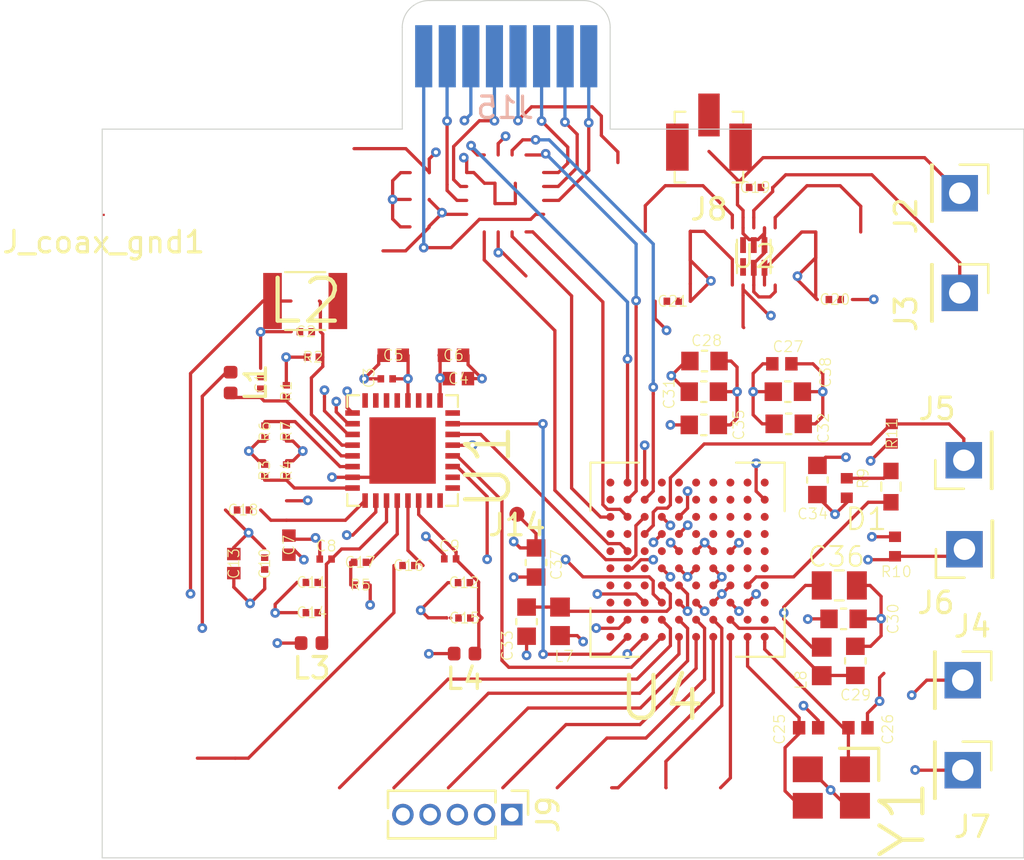
<source format=kicad_pcb>
(kicad_pcb (version 20171130) (host pcbnew "(5.1.0)-1")
  (layers (0 F.Cu signal) (1 In1.Cu signal hide) (2 In2.Cu signal hide) (3 In3.Cu signal hide) (4 In4.Cu signal hide) (31 B.Cu signal) (34 B.Paste user) (35 F.Paste user) (36 B.SilkS user) (37 F.SilkS user) (38 B.Mask user) (39 F.Mask user) (44 Edge.Cuts user))
  (net 0 "")
  (net 1 Earth)
  (net 2 "Net-(C1-Pad1)")
  (net 3 "Net-(C2-Pad1)")
  (net 4 +1V8)
  (net 5 +3V3)
  (net 6 "Net-(C11-Pad1)")
  (net 7 "Net-(C12-Pad1)")
  (net 8 "Net-(C16-Pad1)")
  (net 9 "Net-(C17-Pad1)")
  (net 10 +BATT)
  (net 11 /OnBoardMCU/XOUT)
  (net 12 /OnBoardMCU/XIN)
  (net 13 /OnBoardMCU/VDDUTMIC)
  (net 14 /OnBoardMCU/VDDPLL)
  (net 15 +1V2)
  (net 16 "Net-(D1-Pad1)")
  (net 17 /OnBoardMCU/RED_LED)
  (net 18 /Connectors/SWDIO-Rec)
  (net 19 /Connectors/SWDCLK-Rec)
  (net 20 /OnBoardMCU/test5)
  (net 21 /OnBoardMCU/test4)
  (net 22 /OnBoardMCU/test3)
  (net 23 /OnBoardMCU/test2)
  (net 24 /OnBoardMCU/test1)
  (net 25 /OnBoardMCU/SDA)
  (net 26 /OnBoardMCU/SCL)
  (net 27 "Net-(L5-Pad1)")
  (net 28 "Net-(L6-Pad1)")
  (net 29 "Net-(U1-Pad32)")
  (net 30 "Net-(U1-Pad31)")
  (net 31 "Net-(U1-Pad30)")
  (net 32 "Net-(U1-Pad29)")
  (net 33 /OnBoardMCU/SD_CMD)
  (net 34 /OnBoardMCU/SD_out3)
  (net 35 /OnBoardMCU/SD_out2)
  (net 36 /OnBoardMCU/SD_out1)
  (net 37 /OnBoardMCU/SD_out0)
  (net 38 "Net-(U1-Pad17)")
  (net 39 "Net-(U1-Pad16)")
  (net 40 "Net-(U1-Pad15)")
  (net 41 /OnBoardMCU/SD_CLK)
  (net 42 /OnBoardMCU/FRAME_VALID)
  (net 43 /OnBoardMCU/LINE_VALID)
  (net 44 "Net-(U4-PadK7)")
  (net 45 "Net-(U4-PadK5)")
  (net 46 "Net-(U4-PadK3)")
  (net 47 "Net-(U4-PadK2)")
  (net 48 "Net-(U4-PadK1)")
  (net 49 "Net-(U4-PadJ7)")
  (net 50 "Net-(U4-PadJ6)")
  (net 51 "Net-(U4-PadJ5)")
  (net 52 "Net-(U4-PadJ2)")
  (net 53 "Net-(U4-PadH4)")
  (net 54 "Net-(U4-PadH3)")
  (net 55 "Net-(U4-PadH2)")
  (net 56 "Net-(U4-PadG3)")
  (net 57 "Net-(U4-PadF8)")
  (net 58 "Net-(U4-PadF7)")
  (net 59 "Net-(U4-PadF2)")
  (net 60 "Net-(U4-PadF1)")
  (net 61 "Net-(U4-PadE3)")
  (net 62 "Net-(U4-PadE1)")
  (net 63 "Net-(U4-PadD10)")
  (net 64 "Net-(U4-PadD9)")
  (net 65 "Net-(U4-PadD5)")
  (net 66 "Net-(U4-PadD1)")
  (net 67 "Net-(U4-PadC10)")
  (net 68 "Net-(U4-PadC9)")
  (net 69 "Net-(U4-PadB8)")
  (net 70 "Net-(U4-PadB2)")
  (net 71 "Net-(U4-PadB1)")
  (net 72 "Net-(U4-PadA10)")
  (net 73 "Net-(C1-Pad2)")
  (net 74 /Serializer/DOUT_P)
  (net 75 "Net-(C2-Pad2)")
  (net 76 GND)
  (net 77 /Serializer/PDB)
  (net 78 /Serializer/VDDPLL)
  (net 79 /Serializer/VDDCML)
  (net 80 +5V)
  (net 81 /SD_Input/SD_in1)
  (net 82 /SD_Input/SD_in0)
  (net 83 /SD_Input/WXB_CLK)
  (net 84 "Net-(J15-Pad4)")
  (net 85 /SD_Input/WXB_CMD)
  (net 86 /SD_Input/SD_in3)
  (net 87 /SD_Input/SD_in2)
  (net 88 "Net-(L1-Pad2)")
  (net 89 /Serializer/MODE)
  (net 90 /Serializer/IMG_out7)
  (net 91 /Serializer/IMG_out6)
  (net 92 /Serializer/IMG_out5)
  (net 93 /Serializer/IMG_out4)
  (net 94 /Serializer/IMG_out3)
  (net 95 /Serializer/IMG_out2)
  (net 96 /Serializer/IMG_out1)
  (net 97 /Serializer/IMG_out0)
  (net 98 /OnBoardMCU/SER_CLK)
  (net 99 /OnBoardMCU/PXL_CLK)
  (net 100 "Net-(U4-PadK10)")
  (net 101 /OnBoardMCU/WXB_inCMD)
  (net 102 "Net-(U4-PadK8)")
  (net 103 /OnBoardMCU/img_out6)
  (net 104 /OnBoardMCU/img_out7)
  (net 105 /OnBoardMCU/img_out5)
  (net 106 /OnBoardMCU/SD_in3)
  (net 107 "Net-(U4-PadJ8)")
  (net 108 "Net-(U4-PadJ3)")
  (net 109 "Net-(U4-PadJ1)")
  (net 110 /OnBoardMCU/SD_in1)
  (net 111 /OnBoardMCU/SD_in2)
  (net 112 "Net-(U4-PadH8)")
  (net 113 "Net-(U4-PadH7)")
  (net 114 /OnBoardMCU/WXB_inCLK)
  (net 115 "Net-(U4-PadH1)")
  (net 116 "Net-(U4-PadG10)")
  (net 117 /OnBoardMCU/img_out4)
  (net 118 "Net-(U4-PadG5)")
  (net 119 "Net-(U4-PadG2)")
  (net 120 /OnBoardMCU/img_out2)
  (net 121 /OnBoardMCU/SD_in0)
  (net 122 /OnBoardMCU/img_out0)
  (net 123 /OnBoardMCU/img_out1)
  (net 124 "Net-(U4-PadE2)")
  (net 125 "Net-(U4-PadD8)")
  (net 126 "Net-(U4-PadC7)")
  (net 127 "Net-(U4-PadC1)")
  (net 128 /OnBoardMCU/img_out3)
  (net 129 "Net-(U4-PadB4)")
  (net 130 "Net-(U4-PadA9)")
  (net 131 "Net-(U4-PadA7)")
  (net 132 "Net-(U4-PadA4)")
  (net 133 "Net-(U4-PadA3)")
  (module Connector_PinHeader_1.27mm:PinHeader_1x05_P1.27mm_Vertical (layer F.Cu) (at 119.11 84.98 270)
    (fp_text reference J9 (at 0 -1.695 270) (layer F.SilkS))
    (fp_text value Conn_01x05)
    (pad 5 thru_hole oval (at 0 5.08 270) (size 1 1) (drill 0.65) (layers *.Cu *.Mask) (net 20 /OnBoardMCU/test5))
    (pad 4 thru_hole oval (at 0 3.81 270) (size 1 1) (drill 0.65) (layers *.Cu *.Mask) (net 21 /OnBoardMCU/test4))
    (pad 3 thru_hole oval (at 0 2.54 270) (size 1 1) (drill 0.65) (layers *.Cu *.Mask) (net 22 /OnBoardMCU/test3))
    (pad 2 thru_hole oval (at 0 1.27 270) (size 1 1) (drill 0.65) (layers *.Cu *.Mask) (net 23 /OnBoardMCU/test2))
    (pad 1 thru_hole rect (at 0 0 270) (size 1 1) (drill 0.65) (layers *.Cu *.Mask) (net 24 /OnBoardMCU/test1))
  )
  (module .Package_SON:SON_6_P50_150X150X80L50X25L (layer F.Cu) (at 130.4 58.94)
    (fp_text reference U2)
    (fp_text value TLV7103318DSER)
    (fp_text user %R (at 0 0) (layer F.SilkS) (effects (font (size 1.07 1.07) (thickness 0.11))))
    (pad 6 smd rect (at -0.5 -0.53 90) (size 0.74 0.27) (layers F.Cu F.Paste F.Mask) (net 5 +3V3))
    (pad 5 smd rect (at 0 -0.53 90) (size 0.74 0.27) (layers F.Cu F.Paste F.Mask) (net 4 +1V8))
    (pad 4 smd rect (at 0.5 -0.53 90) (size 0.74 0.27) (layers F.Cu F.Paste F.Mask) (net 76 GND))
    (pad 3 smd rect (at 0.5 0.53 90) (size 0.74 0.27) (layers F.Cu F.Paste F.Mask) (net 80 +5V))
    (pad 2 smd rect (at 0 0.53 90) (size 0.74 0.27) (layers F.Cu F.Paste F.Mask) (net 80 +5V))
    (pad 1 smd rect (at -0.5 0.49 90) (size 0.82 0.27) (layers F.Cu F.Paste F.Mask) (net 80 +5V))
  )
  (module .Resistor:R_0201_0603Metric_ERJ_L (layer F.Cu) (at 108.59 67.1 270)
    (fp_text reference R7)
    (fp_text value MMBT3904LP-7B)
    (fp_text user %R (at 0 0 270) (layer F.SilkS) (effects (font (size 0.5 0.5) (thickness 0.05))))
    (pad 2 smd rect (at 0.275 0 270) (size 0.31 0.34) (layers F.Cu F.Paste F.Mask) (net 88 "Net-(L1-Pad2)"))
    (pad 1 smd rect (at -0.275 0 270) (size 0.31 0.34) (layers F.Cu F.Paste F.Mask) (net 80 +5V))
  )
  (module .Resistor:R_0201_0603Metric_ERJ_L (layer F.Cu) (at 107.59 67.11 90)
    (fp_text reference R6)
    (fp_text value ERJ-1GEF3321C)
    (fp_text user %R (at 0 0 90) (layer F.SilkS) (effects (font (size 0.5 0.5) (thickness 0.05))))
    (pad 2 smd rect (at 0.275 0 90) (size 0.31 0.34) (layers F.Cu F.Paste F.Mask) (net 25 /OnBoardMCU/SDA))
    (pad 1 smd rect (at -0.275 0 90) (size 0.31 0.34) (layers F.Cu F.Paste F.Mask) (net 5 +3V3))
  )
  (module .Resistor:R_0201_0603Metric_ERJ_L (layer F.Cu) (at 112.05 74.27)
    (fp_text reference R5)
    (fp_text value ERJ-1GEF1002C)
    (fp_text user %R (at 0 0) (layer F.SilkS) (effects (font (size 0.5 0.5) (thickness 0.05))))
    (pad 2 smd rect (at 0.275 0) (size 0.31 0.34) (layers F.Cu F.Paste F.Mask) (net 77 /Serializer/PDB))
    (pad 1 smd rect (at -0.275 0) (size 0.31 0.34) (layers F.Cu F.Paste F.Mask) (net 4 +1V8))
  )
  (module .Resistor:R_0201_0603Metric_ERJ_L (layer F.Cu) (at 108.6 68.925 90)
    (fp_text reference R4)
    (fp_text value ERJ-1GEF1003C)
    (fp_text user %R (at 0 0 90) (layer F.SilkS) (effects (font (size 0.5 0.5) (thickness 0.05))))
    (pad 2 smd rect (at 0.275 0 90) (size 0.31 0.34) (layers F.Cu F.Paste F.Mask) (net 76 GND))
    (pad 1 smd rect (at -0.275 0 90) (size 0.31 0.34) (layers F.Cu F.Paste F.Mask) (net 89 /Serializer/MODE))
  )
  (module .Resistor:R_0201_0603Metric_ERJ_L (layer F.Cu) (at 107.58 68.925 270)
    (fp_text reference R3)
    (fp_text value ERJ-1GEF1002C)
    (fp_text user %R (at 0 0 270) (layer F.SilkS) (effects (font (size 0.5 0.5) (thickness 0.05))))
    (pad 2 smd rect (at 0.275 0 270) (size 0.31 0.34) (layers F.Cu F.Paste F.Mask) (net 89 /Serializer/MODE))
    (pad 1 smd rect (at -0.275 0 270) (size 0.31 0.34) (layers F.Cu F.Paste F.Mask) (net 4 +1V8))
  )
  (module .Resistor:R_0201_0603Metric_ERJ_L (layer F.Cu) (at 109.835 63.64)
    (fp_text reference R2)
    (fp_text value ERJ-1GEF3321C)
    (fp_text user %R (at 0 0) (layer F.SilkS) (effects (font (size 0.5 0.5) (thickness 0.05))))
    (pad 2 smd rect (at 0.275 0) (size 0.31 0.34) (layers F.Cu F.Paste F.Mask) (net 26 /OnBoardMCU/SCL))
    (pad 1 smd rect (at -0.275 0) (size 0.31 0.34) (layers F.Cu F.Paste F.Mask) (net 5 +3V3))
  )
  (module .Resistor:R_0201_0603Metric_ERJ_L (layer F.Cu) (at 108.59 65.225 270)
    (fp_text reference R1)
    (fp_text value ERJ-1GEF49R9C)
    (fp_text user %R (at 0 0 270) (layer F.SilkS) (effects (font (size 0.5 0.5) (thickness 0.05))))
    (pad 2 smd rect (at 0.275 0 270) (size 0.31 0.34) (layers F.Cu F.Paste F.Mask) (net 3 "Net-(C2-Pad1)"))
    (pad 1 smd rect (at -0.275 0 270) (size 0.31 0.34) (layers F.Cu F.Paste F.Mask) (net 76 GND))
  )
  (module Inductor_SMD:L_0402_1005Metric (layer F.Cu) (at 116.905 77.47 180)
    (fp_text reference L4 (at 0 -1.17 180) (layer F.SilkS))
    (fp_text value BLM15HD102SN1D)
    (pad 2 smd roundrect (at 0.485 0 180) (size 0.59 0.64) (layers F.Cu F.Paste F.Mask) (net 4 +1V8))
    (pad 1 smd roundrect (at -0.485 0 180) (size 0.59 0.64) (layers F.Cu F.Paste F.Mask) (net 79 /Serializer/VDDCML))
  )
  (module Inductor_SMD:L_0402_1005Metric (layer F.Cu) (at 109.765 76.98 180)
    (fp_text reference L3 (at 0 -1.17 180) (layer F.SilkS))
    (fp_text value BLM15HD102SN1D)
    (pad 2 smd roundrect (at 0.485 0 180) (size 0.59 0.64) (layers F.Cu F.Paste F.Mask) (net 4 +1V8))
    (pad 1 smd roundrect (at -0.485 0 180) (size 0.59 0.64) (layers F.Cu F.Paste F.Mask) (net 78 /Serializer/VDDPLL))
  )
  (module .Inductor:L_1210_3225Metric_L (layer F.Cu) (at 109.47 61.02)
    (fp_text reference L2)
    (fp_text value ADL3225V-470MT-TL000)
    (fp_text user %R (at 0 0) (layer F.SilkS) (effects (font (size 2 2) (thickness 0.2))))
    (pad 2 smd rect (at 1.525 0) (size 0.87 2.62) (layers F.Cu F.Paste F.Mask) (net 80 +5V))
    (pad 1 smd rect (at -1.525 0) (size 0.87 2.62) (layers F.Cu F.Paste F.Mask) (net 88 "Net-(L1-Pad2)"))
  )
  (module Inductor_SMD:L_0402_1005Metric (layer F.Cu) (at 105.99 64.825 270)
    (fp_text reference L1 (at 0 -1.17 270) (layer F.SilkS))
    (fp_text value BLM15HD102SN1D)
    (pad 2 smd roundrect (at 0.485 0 270) (size 0.59 0.64) (layers F.Cu F.Paste F.Mask) (net 88 "Net-(L1-Pad2)"))
    (pad 1 smd roundrect (at -0.485 0 270) (size 0.59 0.64) (layers F.Cu F.Paste F.Mask) (net 74 /Serializer/DOUT_P))
  )
  (module .Connector:Conn_1x1_100x100_Pad (layer F.Cu) (at 100.07 57)
    (fp_text reference J_coax_gnd1 (at 0 1.27) (layer F.SilkS))
    (fp_text value Conn_01x01)
    (pad 1 smd rect (at 0 0) (size 0.1 0.1) (layers F.Cu F.Paste F.Mask) (net 76 GND))
  )
  (module .Connector:U_FL-R-SMT_10_ (layer F.Cu) (at 128.31 54.04 180)
    (fp_text reference J8 (at 0 -2.7 180) (layer F.SilkS))
    (fp_text value Conn_Coaxial)
    (pad 1 smd rect (at 1.475 0.2 180) (size 1.05 2.2) (layers F.Cu F.Paste F.Mask) (net 74 /Serializer/DOUT_P))
    (pad 1 smd rect (at -1.475 0.2 180) (size 1.05 2.2) (layers F.Cu F.Paste F.Mask) (net 74 /Serializer/DOUT_P))
    (pad 2 smd rect (at 0 1.7 180) (size 1 2) (layers F.Cu F.Paste F.Mask) (net 76 GND))
  )
  (module .Capacitor:C_0201_0603Metric_L (layer F.Cu) (at 126.62 61.03 180)
    (fp_text reference C21)
    (fp_text value GRM033R61A105ME15D)
    (fp_text user %R (at 0 0 180) (layer F.SilkS) (effects (font (size 0.5 0.5) (thickness 0.05))))
    (pad 2 smd rect (at 0.275 0 180) (size 0.31 0.34) (layers F.Cu F.Paste F.Mask) (net 76 GND))
    (pad 1 smd rect (at -0.275 0 180) (size 0.31 0.34) (layers F.Cu F.Paste F.Mask) (net 5 +3V3))
  )
  (module .Capacitor:C_0201_0603Metric_L (layer F.Cu) (at 134.18 60.95)
    (fp_text reference C20)
    (fp_text value GRM033R61A105ME15D)
    (fp_text user %R (at 0 0) (layer F.SilkS) (effects (font (size 0.5 0.5) (thickness 0.05))))
    (pad 2 smd rect (at 0.275 0) (size 0.31 0.34) (layers F.Cu F.Paste F.Mask) (net 76 GND))
    (pad 1 smd rect (at -0.275 0) (size 0.31 0.34) (layers F.Cu F.Paste F.Mask) (net 4 +1V8))
  )
  (module .Capacitor:C_0201_0603Metric_L (layer F.Cu) (at 130.46 55.72)
    (fp_text reference C19)
    (fp_text value GRM033R61A105ME15D)
    (fp_text user %R (at 0 0) (layer F.SilkS) (effects (font (size 0.5 0.5) (thickness 0.05))))
    (pad 2 smd rect (at 0.275 0) (size 0.31 0.34) (layers F.Cu F.Paste F.Mask) (net 76 GND))
    (pad 1 smd rect (at -0.275 0) (size 0.31 0.34) (layers F.Cu F.Paste F.Mask) (net 80 +5V))
  )
  (module .Capacitor:C_0201_0603Metric_L (layer F.Cu) (at 106.57 70.77 180)
    (fp_text reference C18)
    (fp_text value GRM033R71A103KA01D)
    (fp_text user %R (at 0 0 180) (layer F.SilkS) (effects (font (size 0.5 0.5) (thickness 0.05))))
    (pad 2 smd rect (at 0.275 0 180) (size 0.31 0.34) (layers F.Cu F.Paste F.Mask) (net 76 GND))
    (pad 1 smd rect (at -0.275 0 180) (size 0.31 0.34) (layers F.Cu F.Paste F.Mask) (net 4 +1V8))
  )
  (module .Capacitor:C_0201_0603Metric_L (layer F.Cu) (at 112.03 73.21)
    (fp_text reference C17)
    (fp_text value GRM033R71A103KA01D)
    (fp_text user %R (at 0 0) (layer F.SilkS) (effects (font (size 0.5 0.5) (thickness 0.05))))
    (pad 2 smd rect (at 0.275 0) (size 0.31 0.34) (layers F.Cu F.Paste F.Mask) (net 76 GND))
    (pad 1 smd rect (at -0.275 0) (size 0.31 0.34) (layers F.Cu F.Paste F.Mask) (net 4 +1V8))
  )
  (module .Capacitor:C_0201_0603Metric_L (layer F.Cu) (at 114.29 73.36)
    (fp_text reference C16)
    (fp_text value GRM033R71A103KA01D)
    (fp_text user %R (at 0 0) (layer F.SilkS) (effects (font (size 0.5 0.5) (thickness 0.05))))
    (pad 2 smd rect (at 0.275 0) (size 0.31 0.34) (layers F.Cu F.Paste F.Mask) (net 76 GND))
    (pad 1 smd rect (at -0.275 0) (size 0.31 0.34) (layers F.Cu F.Paste F.Mask) (net 79 /Serializer/VDDCML))
  )
  (module .Capacitor:C_0201_0603Metric_L (layer F.Cu) (at 116.9 75.81 180)
    (fp_text reference C15)
    (fp_text value GRM033R71A103KA01D)
    (fp_text user %R (at 0 0 180) (layer F.SilkS) (effects (font (size 0.5 0.5) (thickness 0.05))))
    (pad 2 smd rect (at 0.275 0 180) (size 0.31 0.34) (layers F.Cu F.Paste F.Mask) (net 76 GND))
    (pad 1 smd rect (at -0.275 0 180) (size 0.31 0.34) (layers F.Cu F.Paste F.Mask) (net 78 /Serializer/VDDPLL))
  )
  (module .Capacitor:C_0201_0603Metric_L (layer F.Cu) (at 109.78 75.56 180)
    (fp_text reference C14)
    (fp_text value GRM033R71A103KA01D)
    (fp_text user %R (at 0 0 180) (layer F.SilkS) (effects (font (size 0.5 0.5) (thickness 0.05))))
    (pad 2 smd rect (at 0.275 0 180) (size 0.31 0.34) (layers F.Cu F.Paste F.Mask) (net 76 GND))
    (pad 1 smd rect (at -0.275 0 180) (size 0.31 0.34) (layers F.Cu F.Paste F.Mask) (net 4 +1V8))
  )
  (module .Capacitor:C_0402_1005Metric_L (layer F.Cu) (at 106.14 73.27 90)
    (fp_text reference C13)
    (fp_text value GRM155R60J106ME15D)
    (fp_text user %R (at 0 0 90) (layer F.SilkS) (effects (font (size 0.5 0.5) (thickness 0.05))))
    (pad 2 smd rect (at 0.445 0 90) (size 0.58 0.63) (layers F.Cu F.Paste F.Mask) (net 76 GND))
    (pad 1 smd rect (at -0.445 0 90) (size 0.58 0.63) (layers F.Cu F.Paste F.Mask) (net 80 +5V))
  )
  (module .Capacitor:C_0201_0603Metric_L (layer F.Cu) (at 116.88 74.16 180)
    (fp_text reference C12)
    (fp_text value GRM033R61A104ME15D)
    (fp_text user %R (at 0 0 180) (layer F.SilkS) (effects (font (size 0.5 0.5) (thickness 0.05))))
    (pad 2 smd rect (at 0.275 0 180) (size 0.31 0.34) (layers F.Cu F.Paste F.Mask) (net 76 GND))
    (pad 1 smd rect (at -0.275 0 180) (size 0.31 0.34) (layers F.Cu F.Paste F.Mask) (net 4 +1V8))
  )
  (module .Capacitor:C_0201_0603Metric_L (layer F.Cu) (at 109.78 74.15 180)
    (fp_text reference C11)
    (fp_text value GRM033R61A104ME15D)
    (fp_text user %R (at 0 0 180) (layer F.SilkS) (effects (font (size 0.5 0.5) (thickness 0.05))))
    (pad 2 smd rect (at 0.275 0 180) (size 0.31 0.34) (layers F.Cu F.Paste F.Mask) (net 76 GND))
    (pad 1 smd rect (at -0.275 0 180) (size 0.31 0.34) (layers F.Cu F.Paste F.Mask) (net 4 +1V8))
  )
  (module .Capacitor:C_0201_0603Metric_L (layer F.Cu) (at 107.58 73.27 90)
    (fp_text reference C10)
    (fp_text value GRM033R61A104ME15D)
    (fp_text user %R (at 0 0 90) (layer F.SilkS) (effects (font (size 0.5 0.5) (thickness 0.05))))
    (pad 2 smd rect (at 0.275 0 90) (size 0.31 0.34) (layers F.Cu F.Paste F.Mask) (net 76 GND))
    (pad 1 smd rect (at -0.275 0 90) (size 0.31 0.34) (layers F.Cu F.Paste F.Mask) (net 79 /Serializer/VDDCML))
  )
  (module .Capacitor:C_0402_1005Metric_L (layer F.Cu) (at 108.71 72.41 90)
    (fp_text reference C7)
    (fp_text value GRM155R60J106ME15D)
    (fp_text user %R (at 0 0 90) (layer F.SilkS) (effects (font (size 0.5 0.5) (thickness 0.05))))
    (pad 2 smd rect (at 0.445 0 90) (size 0.58 0.63) (layers F.Cu F.Paste F.Mask) (net 76 GND))
    (pad 1 smd rect (at -0.445 0 90) (size 0.58 0.63) (layers F.Cu F.Paste F.Mask) (net 80 +5V))
  )
  (module .Capacitor:C_0402_1005Metric_L (layer F.Cu) (at 116.39 63.55)
    (fp_text reference C6)
    (fp_text value GRJ155R60J106ME11D)
    (fp_text user %R (at 0 0) (layer F.SilkS) (effects (font (size 0.5 0.5) (thickness 0.05))))
    (pad 2 smd rect (at 0.445 0) (size 0.58 0.63) (layers F.Cu F.Paste F.Mask) (net 76 GND))
    (pad 1 smd rect (at -0.445 0) (size 0.58 0.63) (layers F.Cu F.Paste F.Mask) (net 79 /Serializer/VDDCML))
  )
  (module .Capacitor:C_0402_1005Metric_L (layer F.Cu) (at 113.58 63.55 180)
    (fp_text reference C5)
    (fp_text value GRM155R60J475ME47D)
    (fp_text user %R (at 0 0 180) (layer F.SilkS) (effects (font (size 0.5 0.5) (thickness 0.05))))
    (pad 2 smd rect (at 0.445 0 180) (size 0.58 0.63) (layers F.Cu F.Paste F.Mask) (net 76 GND))
    (pad 1 smd rect (at -0.445 0 180) (size 0.58 0.63) (layers F.Cu F.Paste F.Mask) (net 78 /Serializer/VDDPLL))
  )
  (module .Capacitor:C_0402_1005Metric_L (layer F.Cu) (at 116.62 64.64)
    (fp_text reference C4)
    (fp_text value GRM155R60J475ME47D)
    (fp_text user %R (at 0 0) (layer F.SilkS) (effects (font (size 0.5 0.5) (thickness 0.05))))
    (pad 2 smd rect (at 0.445 0) (size 0.58 0.63) (layers F.Cu F.Paste F.Mask) (net 76 GND))
    (pad 1 smd rect (at -0.445 0) (size 0.58 0.63) (layers F.Cu F.Paste F.Mask) (net 4 +1V8))
  )
  (module .Capacitor:C_0201_0603Metric_L (layer F.Cu) (at 109.5 62.45 180)
    (fp_text reference C2)
    (fp_text value GRM033R61C473KE84D)
    (fp_text user %R (at 0 0 180) (layer F.SilkS) (effects (font (size 0.5 0.5) (thickness 0.05))))
    (pad 2 smd rect (at 0.275 0 180) (size 0.31 0.34) (layers F.Cu F.Paste F.Mask) (net 75 "Net-(C2-Pad2)"))
    (pad 1 smd rect (at -0.275 0 180) (size 0.31 0.34) (layers F.Cu F.Paste F.Mask) (net 3 "Net-(C2-Pad1)"))
  )
  (module .Capacitor:C_0201_0603Metric_L (layer F.Cu) (at 107.39 64.84 90)
    (fp_text reference C1)
    (fp_text value GRM033R61A104ME15D)
    (fp_text user %R (at 0 0 90) (layer F.SilkS) (effects (font (size 0.5 0.5) (thickness 0.05))))
    (pad 2 smd rect (at 0.275 0 90) (size 0.31 0.34) (layers F.Cu F.Paste F.Mask) (net 73 "Net-(C1-Pad2)"))
    (pad 1 smd rect (at -0.275 0 90) (size 0.31 0.34) (layers F.Cu F.Paste F.Mask) (net 74 /Serializer/DOUT_P))
  )
  (module .Package_QFN:QFN_33_P50_500X500X80L40X24T310L (layer F.Cu) (at 114.015 67.995 270)
    (fp_text reference U1)
    (fp_text value DS90UB933-Q1)
    (fp_text user %R (at 0.75 -4 270) (layer F.SilkS) (effects (font (size 2 2) (thickness 0.2))))
    (pad 33 smd rect (at 0 0 270) (size 3.1 3.1) (layers F.Cu F.Paste F.Mask) (net 76 GND))
    (pad 32 smd rect (at -2.335 1.75 270) (size 0.68 0.26) (layers F.Cu F.Paste F.Mask) (net 29 "Net-(U1-Pad32)"))
    (pad 31 smd rect (at -2.335 1.25 270) (size 0.68 0.26) (layers F.Cu F.Paste F.Mask) (net 30 "Net-(U1-Pad31)"))
    (pad 30 smd rect (at -2.335 0.75 270) (size 0.68 0.26) (layers F.Cu F.Paste F.Mask) (net 31 "Net-(U1-Pad30)"))
    (pad 29 smd rect (at -2.335 0.25 270) (size 0.68 0.26) (layers F.Cu F.Paste F.Mask) (net 32 "Net-(U1-Pad29)"))
    (pad 28 smd rect (at -2.335 -0.25 270) (size 0.68 0.26) (layers F.Cu F.Paste F.Mask) (net 4 +1V8))
    (pad 27 smd rect (at -2.335 -0.75 270) (size 0.68 0.26) (layers F.Cu F.Paste F.Mask) (net 90 /Serializer/IMG_out7))
    (pad 26 smd rect (at -2.335 -1.25 270) (size 0.68 0.26) (layers F.Cu F.Paste F.Mask) (net 91 /Serializer/IMG_out6))
    (pad 25 smd rect (at -2.335 -1.75 270) (size 0.68 0.26) (layers F.Cu F.Paste F.Mask) (net 4 +1V8))
    (pad 24 smd rect (at -1.75 -2.335) (size 0.68 0.26) (layers F.Cu F.Paste F.Mask) (net 92 /Serializer/IMG_out5))
    (pad 23 smd rect (at -1.25 -2.335) (size 0.68 0.26) (layers F.Cu F.Paste F.Mask) (net 93 /Serializer/IMG_out4))
    (pad 22 smd rect (at -0.75 -2.335) (size 0.68 0.26) (layers F.Cu F.Paste F.Mask) (net 94 /Serializer/IMG_out3))
    (pad 21 smd rect (at -0.25 -2.335) (size 0.68 0.26) (layers F.Cu F.Paste F.Mask) (net 95 /Serializer/IMG_out2))
    (pad 20 smd rect (at 0.25 -2.335) (size 0.68 0.26) (layers F.Cu F.Paste F.Mask) (net 96 /Serializer/IMG_out1))
    (pad 19 smd rect (at 0.75 -2.335) (size 0.68 0.26) (layers F.Cu F.Paste F.Mask) (net 97 /Serializer/IMG_out0))
    (pad 18 smd rect (at 1.25 -2.335) (size 0.68 0.26) (layers F.Cu F.Paste F.Mask) (net 98 /OnBoardMCU/SER_CLK))
    (pad 17 smd rect (at 1.75 -2.335) (size 0.68 0.26) (layers F.Cu F.Paste F.Mask) (net 38 "Net-(U1-Pad17)"))
    (pad 16 smd rect (at 2.335 -1.75 270) (size 0.68 0.26) (layers F.Cu F.Paste F.Mask) (net 39 "Net-(U1-Pad16)"))
    (pad 15 smd rect (at 2.335 -1.25 270) (size 0.68 0.26) (layers F.Cu F.Paste F.Mask) (net 40 "Net-(U1-Pad15)"))
    (pad 14 smd rect (at 2.335 -0.75 270) (size 0.68 0.26) (layers F.Cu F.Paste F.Mask) (net 79 /Serializer/VDDCML))
    (pad 13 smd rect (at 2.335 -0.25 270) (size 0.68 0.26) (layers F.Cu F.Paste F.Mask) (net 73 "Net-(C1-Pad2)"))
    (pad 12 smd rect (at 2.335 0.25 270) (size 0.68 0.26) (layers F.Cu F.Paste F.Mask) (net 75 "Net-(C2-Pad2)"))
    (pad 11 smd rect (at 2.335 0.75 270) (size 0.68 0.26) (layers F.Cu F.Paste F.Mask) (net 4 +1V8))
    (pad 10 smd rect (at 2.335 1.25 270) (size 0.68 0.26) (layers F.Cu F.Paste F.Mask) (net 78 /Serializer/VDDPLL))
    (pad 9 smd rect (at 2.335 1.75 270) (size 0.68 0.26) (layers F.Cu F.Paste F.Mask) (net 77 /Serializer/PDB))
    (pad 8 smd rect (at 1.75 2.335) (size 0.68 0.26) (layers F.Cu F.Paste F.Mask) (net 89 /Serializer/MODE))
    (pad 7 smd rect (at 1.25 2.335) (size 0.68 0.26) (layers F.Cu F.Paste F.Mask) (net 76 GND))
    (pad 6 smd rect (at 0.75 2.335) (size 0.68 0.26) (layers F.Cu F.Paste F.Mask) (net 76 GND))
    (pad 5 smd rect (at 0.25 2.335) (size 0.68 0.26) (layers F.Cu F.Paste F.Mask) (net 25 /OnBoardMCU/SDA))
    (pad 4 smd rect (at -0.25 2.335) (size 0.68 0.26) (layers F.Cu F.Paste F.Mask) (net 26 /OnBoardMCU/SCL))
    (pad 3 smd rect (at -0.75 2.335) (size 0.68 0.26) (layers F.Cu F.Paste F.Mask) (net 99 /OnBoardMCU/PXL_CLK))
    (pad 2 smd rect (at -1.25 2.335) (size 0.68 0.26) (layers F.Cu F.Paste F.Mask) (net 42 /OnBoardMCU/FRAME_VALID))
    (pad 1 smd rect (at -1.75 2.335) (size 0.68 0.26) (layers F.Cu F.Paste F.Mask) (net 43 /OnBoardMCU/LINE_VALID))
  )
  (module .Capacitor:C_0201_0603Metric_L (layer F.Cu) (at 116.235 73.05 180)
    (fp_text reference C9)
    (fp_text value GRM033R61A104ME15D)
    (fp_text user %R (at 0.035 0.6 180) (layer F.SilkS) (effects (font (size 0.5 0.5) (thickness 0.05))))
    (pad 2 smd rect (at 0.275 0 180) (size 0.31 0.34) (layers F.Cu F.Paste F.Mask) (net 76 GND))
    (pad 1 smd rect (at -0.275 0 180) (size 0.31 0.34) (layers F.Cu F.Paste F.Mask) (net 78 /Serializer/VDDPLL))
  )
  (module .Capacitor:C_0201_0603Metric_L (layer F.Cu) (at 113.275 64.65 180)
    (fp_text reference C3)
    (fp_text value GRM033R61A105ME15D)
    (fp_text user %R (at 0.825 0.05 270) (layer F.SilkS) (effects (font (size 0.5 0.5) (thickness 0.05))))
    (pad 2 smd rect (at 0.275 0 180) (size 0.31 0.34) (layers F.Cu F.Paste F.Mask) (net 76 GND))
    (pad 1 smd rect (at -0.275 0 180) (size 0.31 0.34) (layers F.Cu F.Paste F.Mask) (net 77 /Serializer/PDB))
  )
  (module .Capacitor:C_0201_0603Metric_L (layer F.Cu) (at 110.425 73.06 180)
    (fp_text reference C8)
    (fp_text value GRM033R61A104ME15D)
    (fp_text user %R (at -0.025 0.61 180) (layer F.SilkS) (effects (font (size 0.5 0.5) (thickness 0.05))))
    (pad 2 smd rect (at 0.275 0 180) (size 0.31 0.34) (layers F.Cu F.Paste F.Mask) (net 76 GND))
    (pad 1 smd rect (at -0.275 0 180) (size 0.31 0.34) (layers F.Cu F.Paste F.Mask) (net 4 +1V8))
  )
  (module .Connector:Conn_1x1_700_Circular_Pad (layer F.Cu) (at 119.35 70.97)
    (fp_text reference J14 (at 0 0.5) (layer F.SilkS))
    (fp_text value Conn_01x01)
    (pad 1 smd circle (at 0 0) (size 0.7 0.7) (layers F.Cu F.Paste F.Mask) (net 15 +1V2))
  )
  (module .Capacitor:C_0402_1005Metric_L (layer F.Cu) (at 132.96 80.93)
    (fp_text reference C25)
    (fp_text value GRM1555C1H120JA01D)
    (fp_text user %R (at -1.36 0.07 90) (layer F.SilkS) (effects (font (size 0.5 0.5) (thickness 0.05))))
    (pad 2 smd rect (at 0.445 0) (size 0.58 0.63) (layers F.Cu F.Paste F.Mask) (net 1 Earth))
    (pad 1 smd rect (at -0.445 0) (size 0.58 0.63) (layers F.Cu F.Paste F.Mask) (net 11 /OnBoardMCU/XOUT))
  )
  (module .Capacitor:C_0402_1005Metric_L (layer F.Cu) (at 135.26 80.93)
    (fp_text reference C26)
    (fp_text value GRM1555C1H120JA01D)
    (fp_text user %R (at 1.39 0.07 270) (layer F.SilkS) (effects (font (size 0.5 0.5) (thickness 0.05))))
    (pad 2 smd rect (at 0.445 0) (size 0.58 0.63) (layers F.Cu F.Paste F.Mask) (net 1 Earth))
    (pad 1 smd rect (at -0.445 0) (size 0.58 0.63) (layers F.Cu F.Paste F.Mask) (net 12 /OnBoardMCU/XIN))
  )
  (module .Oscillator:OSCCC320X250X100L80X100 (layer F.Cu) (at 134.02 83.72 180)
    (fp_text reference Y1)
    (fp_text value ABM8G-12.000MHZ-4Y-T3)
    (fp_text user %R (at -3.33 -1.48 270) (layer F.SilkS) (effects (font (size 2 2) (thickness 0.2))))
    (pad 4 smd rect (at -1.1 -0.85 270) (size 1.2 1.4) (layers F.Cu F.Paste F.Mask) (net 1 Earth))
    (pad 3 smd rect (at 1.1 -0.85 270) (size 1.2 1.4) (layers F.Cu F.Paste F.Mask) (net 11 /OnBoardMCU/XOUT))
    (pad 2 smd rect (at 1.1 0.85 270) (size 1.2 1.4) (layers F.Cu F.Paste F.Mask) (net 1 Earth))
    (pad 1 smd rect (at -1.1 0.85 270) (size 1.2 1.4) (layers F.Cu F.Paste F.Mask) (net 12 /OnBoardMCU/XIN))
  )
  (module .Package_BGA:BGA_100_CP80_10X10_900X900X110B40L (layer F.Cu) (at 127.31 73.09 180)
    (fp_text reference U4)
    (fp_text value ATSAME70N21A-CN)
    (fp_text user %R (at 1.21 -6.46 180) (layer F.SilkS) (effects (font (size 2 2) (thickness 0.2))))
    (pad K10 smd circle (at 3.6 3.6 180) (size 0.37 0.37) (layers F.Cu F.Paste F.Mask) (net 100 "Net-(U4-PadK10)"))
    (pad K9 smd circle (at 2.8 3.6 180) (size 0.37 0.37) (layers F.Cu F.Paste F.Mask) (net 101 /OnBoardMCU/WXB_inCMD))
    (pad K8 smd circle (at 2 3.6 180) (size 0.37 0.37) (layers F.Cu F.Paste F.Mask) (net 102 "Net-(U4-PadK8)"))
    (pad K7 smd circle (at 1.2 3.6 180) (size 0.37 0.37) (layers F.Cu F.Paste F.Mask) (net 44 "Net-(U4-PadK7)"))
    (pad K6 smd circle (at 0.4 3.6 180) (size 0.37 0.37) (layers F.Cu F.Paste F.Mask) (net 103 /OnBoardMCU/img_out6))
    (pad K5 smd circle (at -0.4 3.6 180) (size 0.37 0.37) (layers F.Cu F.Paste F.Mask) (net 45 "Net-(U4-PadK5)"))
    (pad K4 smd circle (at -1.2 3.6 180) (size 0.37 0.37) (layers F.Cu F.Paste F.Mask) (net 104 /OnBoardMCU/img_out7))
    (pad K3 smd circle (at -2 3.6 180) (size 0.37 0.37) (layers F.Cu F.Paste F.Mask) (net 46 "Net-(U4-PadK3)"))
    (pad K2 smd circle (at -2.8 3.6 180) (size 0.37 0.37) (layers F.Cu F.Paste F.Mask) (net 47 "Net-(U4-PadK2)"))
    (pad K1 smd circle (at -3.6 3.6 180) (size 0.37 0.37) (layers F.Cu F.Paste F.Mask) (net 48 "Net-(U4-PadK1)"))
    (pad J10 smd circle (at 3.6 2.8 180) (size 0.37 0.37) (layers F.Cu F.Paste F.Mask) (net 105 /OnBoardMCU/img_out5))
    (pad J9 smd circle (at 2.8 2.8 180) (size 0.37 0.37) (layers F.Cu F.Paste F.Mask) (net 106 /OnBoardMCU/SD_in3))
    (pad J8 smd circle (at 2 2.8 180) (size 0.37 0.37) (layers F.Cu F.Paste F.Mask) (net 107 "Net-(U4-PadJ8)"))
    (pad J7 smd circle (at 1.2 2.8 180) (size 0.37 0.37) (layers F.Cu F.Paste F.Mask) (net 49 "Net-(U4-PadJ7)"))
    (pad J6 smd circle (at 0.4 2.8 180) (size 0.37 0.37) (layers F.Cu F.Paste F.Mask) (net 50 "Net-(U4-PadJ6)"))
    (pad J5 smd circle (at -0.4 2.8 180) (size 0.37 0.37) (layers F.Cu F.Paste F.Mask) (net 51 "Net-(U4-PadJ5)"))
    (pad J4 smd circle (at -1.2 2.8 180) (size 0.37 0.37) (layers F.Cu F.Paste F.Mask) (net 42 /OnBoardMCU/FRAME_VALID))
    (pad J3 smd circle (at -2 2.8 180) (size 0.37 0.37) (layers F.Cu F.Paste F.Mask) (net 108 "Net-(U4-PadJ3)"))
    (pad J2 smd circle (at -2.8 2.8 180) (size 0.37 0.37) (layers F.Cu F.Paste F.Mask) (net 52 "Net-(U4-PadJ2)"))
    (pad J1 smd circle (at -3.6 2.8 180) (size 0.37 0.37) (layers F.Cu F.Paste F.Mask) (net 109 "Net-(U4-PadJ1)"))
    (pad H10 smd circle (at 3.6 2 180) (size 0.37 0.37) (layers F.Cu F.Paste F.Mask) (net 110 /OnBoardMCU/SD_in1))
    (pad H9 smd circle (at 2.8 2 180) (size 0.37 0.37) (layers F.Cu F.Paste F.Mask) (net 111 /OnBoardMCU/SD_in2))
    (pad H8 smd circle (at 2 2 180) (size 0.37 0.37) (layers F.Cu F.Paste F.Mask) (net 112 "Net-(U4-PadH8)"))
    (pad H7 smd circle (at 1.2 2 180) (size 0.37 0.37) (layers F.Cu F.Paste F.Mask) (net 113 "Net-(U4-PadH7)"))
    (pad H6 smd circle (at 0.4 2 180) (size 0.37 0.37) (layers F.Cu F.Paste F.Mask) (net 114 /OnBoardMCU/WXB_inCLK))
    (pad H5 smd circle (at -0.4 2 180) (size 0.37 0.37) (layers F.Cu F.Paste F.Mask) (net 43 /OnBoardMCU/LINE_VALID))
    (pad H4 smd circle (at -1.2 2 180) (size 0.37 0.37) (layers F.Cu F.Paste F.Mask) (net 53 "Net-(U4-PadH4)"))
    (pad H3 smd circle (at -2 2 180) (size 0.37 0.37) (layers F.Cu F.Paste F.Mask) (net 54 "Net-(U4-PadH3)"))
    (pad H2 smd circle (at -2.8 2 180) (size 0.37 0.37) (layers F.Cu F.Paste F.Mask) (net 55 "Net-(U4-PadH2)"))
    (pad H1 smd circle (at -3.6 2 180) (size 0.37 0.37) (layers F.Cu F.Paste F.Mask) (net 115 "Net-(U4-PadH1)"))
    (pad G10 smd circle (at 3.6 1.2 180) (size 0.37 0.37) (layers F.Cu F.Paste F.Mask) (net 116 "Net-(U4-PadG10)"))
    (pad G9 smd circle (at 2.8 1.2 180) (size 0.37 0.37) (layers F.Cu F.Paste F.Mask) (net 117 /OnBoardMCU/img_out4))
    (pad G8 smd circle (at 2 1.2 180) (size 0.37 0.37) (layers F.Cu F.Paste F.Mask) (net 18 /Connectors/SWDIO-Rec))
    (pad G7 smd circle (at 1.2 1.2 180) (size 0.37 0.37) (layers F.Cu F.Paste F.Mask) (net 4 +1V8))
    (pad G6 smd circle (at 0.4 1.2 180) (size 0.37 0.37) (layers F.Cu F.Paste F.Mask) (net 15 +1V2))
    (pad G5 smd circle (at -0.4 1.2 180) (size 0.37 0.37) (layers F.Cu F.Paste F.Mask) (net 118 "Net-(U4-PadG5)"))
    (pad G4 smd circle (at -1.2 1.2 180) (size 0.37 0.37) (layers F.Cu F.Paste F.Mask) (net 99 /OnBoardMCU/PXL_CLK))
    (pad G3 smd circle (at -2 1.2 180) (size 0.37 0.37) (layers F.Cu F.Paste F.Mask) (net 56 "Net-(U4-PadG3)"))
    (pad G2 smd circle (at -2.8 1.2 180) (size 0.37 0.37) (layers F.Cu F.Paste F.Mask) (net 119 "Net-(U4-PadG2)"))
    (pad G1 smd circle (at -3.6 1.2 180) (size 0.37 0.37) (layers F.Cu F.Paste F.Mask) (net 98 /OnBoardMCU/SER_CLK))
    (pad F10 smd circle (at 3.6 0.4 180) (size 0.37 0.37) (layers F.Cu F.Paste F.Mask) (net 120 /OnBoardMCU/img_out2))
    (pad F9 smd circle (at 2.8 0.4 180) (size 0.37 0.37) (layers F.Cu F.Paste F.Mask) (net 121 /OnBoardMCU/SD_in0))
    (pad F8 smd circle (at 2 0.4 180) (size 0.37 0.37) (layers F.Cu F.Paste F.Mask) (net 57 "Net-(U4-PadF8)"))
    (pad F7 smd circle (at 1.2 0.4 180) (size 0.37 0.37) (layers F.Cu F.Paste F.Mask) (net 58 "Net-(U4-PadF7)"))
    (pad F6 smd circle (at 0.4 0.4 180) (size 0.37 0.37) (layers F.Cu F.Paste F.Mask) (net 1 Earth))
    (pad F5 smd circle (at -0.4 0.4 180) (size 0.37 0.37) (layers F.Cu F.Paste F.Mask) (net 1 Earth))
    (pad F4 smd circle (at -1.2 0.4 180) (size 0.37 0.37) (layers F.Cu F.Paste F.Mask) (net 1 Earth))
    (pad F3 smd circle (at -2 0.4 180) (size 0.37 0.37) (layers F.Cu F.Paste F.Mask) (net 4 +1V8))
    (pad F2 smd circle (at -2.8 0.4 180) (size 0.37 0.37) (layers F.Cu F.Paste F.Mask) (net 59 "Net-(U4-PadF2)"))
    (pad F1 smd circle (at -3.6 0.4 180) (size 0.37 0.37) (layers F.Cu F.Paste F.Mask) (net 60 "Net-(U4-PadF1)"))
    (pad E10 smd circle (at 3.6 -0.4 180) (size 0.37 0.37) (layers F.Cu F.Paste F.Mask) (net 122 /OnBoardMCU/img_out0))
    (pad E9 smd circle (at 2.8 -0.4 180) (size 0.37 0.37) (layers F.Cu F.Paste F.Mask) (net 19 /Connectors/SWDCLK-Rec))
    (pad E8 smd circle (at 2 -0.4 180) (size 0.37 0.37) (layers F.Cu F.Paste F.Mask) (net 123 /OnBoardMCU/img_out1))
    (pad E7 smd circle (at 1.2 -0.4 180) (size 0.37 0.37) (layers F.Cu F.Paste F.Mask) (net 1 Earth))
    (pad E6 smd circle (at 0.4 -0.4 180) (size 0.37 0.37) (layers F.Cu F.Paste F.Mask) (net 4 +1V8))
    (pad E5 smd circle (at -0.4 -0.4 180) (size 0.37 0.37) (layers F.Cu F.Paste F.Mask) (net 4 +1V8))
    (pad E4 smd circle (at -1.2 -0.4 180) (size 0.37 0.37) (layers F.Cu F.Paste F.Mask) (net 1 Earth))
    (pad E3 smd circle (at -2 -0.4 180) (size 0.37 0.37) (layers F.Cu F.Paste F.Mask) (net 61 "Net-(U4-PadE3)"))
    (pad E2 smd circle (at -2.8 -0.4 180) (size 0.37 0.37) (layers F.Cu F.Paste F.Mask) (net 124 "Net-(U4-PadE2)"))
    (pad E1 smd circle (at -3.6 -0.4 180) (size 0.37 0.37) (layers F.Cu F.Paste F.Mask) (net 62 "Net-(U4-PadE1)"))
    (pad D10 smd circle (at 3.6 -1.2 180) (size 0.37 0.37) (layers F.Cu F.Paste F.Mask) (net 63 "Net-(U4-PadD10)"))
    (pad D9 smd circle (at 2.8 -1.2 180) (size 0.37 0.37) (layers F.Cu F.Paste F.Mask) (net 64 "Net-(U4-PadD9)"))
    (pad D8 smd circle (at 2 -1.2 180) (size 0.37 0.37) (layers F.Cu F.Paste F.Mask) (net 125 "Net-(U4-PadD8)"))
    (pad D7 smd circle (at 1.2 -1.2 180) (size 0.37 0.37) (layers F.Cu F.Paste F.Mask) (net 14 /OnBoardMCU/VDDPLL))
    (pad D6 smd circle (at 0.4 -1.2 180) (size 0.37 0.37) (layers F.Cu F.Paste F.Mask) (net 15 +1V2))
    (pad D5 smd circle (at -0.4 -1.2 180) (size 0.37 0.37) (layers F.Cu F.Paste F.Mask) (net 65 "Net-(U4-PadD5)"))
    (pad D4 smd circle (at -1.2 -1.2 180) (size 0.37 0.37) (layers F.Cu F.Paste F.Mask) (net 1 Earth))
    (pad D3 smd circle (at -2 -1.2 180) (size 0.37 0.37) (layers F.Cu F.Paste F.Mask) (net 1 Earth))
    (pad D2 smd circle (at -2.8 -1.2 180) (size 0.37 0.37) (layers F.Cu F.Paste F.Mask) (net 17 /OnBoardMCU/RED_LED))
    (pad D1 smd circle (at -3.6 -1.2 180) (size 0.37 0.37) (layers F.Cu F.Paste F.Mask) (net 66 "Net-(U4-PadD1)"))
    (pad C10 smd circle (at 3.6 -2 180) (size 0.37 0.37) (layers F.Cu F.Paste F.Mask) (net 67 "Net-(U4-PadC10)"))
    (pad C9 smd circle (at 2.8 -2 180) (size 0.37 0.37) (layers F.Cu F.Paste F.Mask) (net 68 "Net-(U4-PadC9)"))
    (pad C8 smd circle (at 2 -2 180) (size 0.37 0.37) (layers F.Cu F.Paste F.Mask) (net 26 /OnBoardMCU/SCL))
    (pad C7 smd circle (at 1.2 -2 180) (size 0.37 0.37) (layers F.Cu F.Paste F.Mask) (net 126 "Net-(U4-PadC7)"))
    (pad C6 smd circle (at 0.4 -2 180) (size 0.37 0.37) (layers F.Cu F.Paste F.Mask) (net 15 +1V2))
    (pad C5 smd circle (at -0.4 -2 180) (size 0.37 0.37) (layers F.Cu F.Paste F.Mask) (net 4 +1V8))
    (pad C4 smd circle (at -1.2 -2 180) (size 0.37 0.37) (layers F.Cu F.Paste F.Mask) (net 1 Earth))
    (pad C3 smd circle (at -2 -2 180) (size 0.37 0.37) (layers F.Cu F.Paste F.Mask) (net 15 +1V2))
    (pad C2 smd circle (at -2.8 -2 180) (size 0.37 0.37) (layers F.Cu F.Paste F.Mask) (net 4 +1V8))
    (pad C1 smd circle (at -3.6 -2 180) (size 0.37 0.37) (layers F.Cu F.Paste F.Mask) (net 127 "Net-(U4-PadC1)"))
    (pad B10 smd circle (at 3.6 -2.8 180) (size 0.37 0.37) (layers F.Cu F.Paste F.Mask) (net 128 /OnBoardMCU/img_out3))
    (pad B9 smd circle (at 2.8 -2.8 180) (size 0.37 0.37) (layers F.Cu F.Paste F.Mask) (net 25 /OnBoardMCU/SDA))
    (pad B8 smd circle (at 2 -2.8 180) (size 0.37 0.37) (layers F.Cu F.Paste F.Mask) (net 69 "Net-(U4-PadB8)"))
    (pad B7 smd circle (at 1.2 -2.8 180) (size 0.37 0.37) (layers F.Cu F.Paste F.Mask) (net 20 /OnBoardMCU/test5))
    (pad B6 smd circle (at 0.4 -2.8 180) (size 0.37 0.37) (layers F.Cu F.Paste F.Mask) (net 22 /OnBoardMCU/test3))
    (pad B5 smd circle (at -0.4 -2.8 180) (size 0.37 0.37) (layers F.Cu F.Paste F.Mask) (net 24 /OnBoardMCU/test1))
    (pad B4 smd circle (at -1.2 -2.8 180) (size 0.37 0.37) (layers F.Cu F.Paste F.Mask) (net 129 "Net-(U4-PadB4)"))
    (pad B3 smd circle (at -2 -2.8 180) (size 0.37 0.37) (layers F.Cu F.Paste F.Mask) (net 13 /OnBoardMCU/VDDUTMIC))
    (pad B2 smd circle (at -2.8 -2.8 180) (size 0.37 0.37) (layers F.Cu F.Paste F.Mask) (net 70 "Net-(U4-PadB2)"))
    (pad B1 smd circle (at -3.6 -2.8 180) (size 0.37 0.37) (layers F.Cu F.Paste F.Mask) (net 71 "Net-(U4-PadB1)"))
    (pad A10 smd circle (at 3.6 -3.6 180) (size 0.37 0.37) (layers F.Cu F.Paste F.Mask) (net 72 "Net-(U4-PadA10)"))
    (pad A9 smd circle (at 2.8 -3.6 180) (size 0.37 0.37) (layers F.Cu F.Paste F.Mask) (net 130 "Net-(U4-PadA9)"))
    (pad A8 smd circle (at 2 -3.6 180) (size 0.37 0.37) (layers F.Cu F.Paste F.Mask) (net 1 Earth))
    (pad A7 smd circle (at 1.2 -3.6 180) (size 0.37 0.37) (layers F.Cu F.Paste F.Mask) (net 131 "Net-(U4-PadA7)"))
    (pad A6 smd circle (at 0.4 -3.6 180) (size 0.37 0.37) (layers F.Cu F.Paste F.Mask) (net 21 /OnBoardMCU/test4))
    (pad A5 smd circle (at -0.4 -3.6 180) (size 0.37 0.37) (layers F.Cu F.Paste F.Mask) (net 23 /OnBoardMCU/test2))
    (pad A4 smd circle (at -1.2 -3.6 180) (size 0.37 0.37) (layers F.Cu F.Paste F.Mask) (net 132 "Net-(U4-PadA4)"))
    (pad A3 smd circle (at -2 -3.6 180) (size 0.37 0.37) (layers F.Cu F.Paste F.Mask) (net 133 "Net-(U4-PadA3)"))
    (pad A2 smd circle (at -2.8 -3.6 180) (size 0.37 0.37) (layers F.Cu F.Paste F.Mask) (net 11 /OnBoardMCU/XOUT))
    (pad A1 smd circle (at -3.6 -3.6 180) (size 0.37 0.37) (layers F.Cu F.Paste F.Mask) (net 12 /OnBoardMCU/XIN))
  )
  (module .Resistor:R_0402_1005Metric_ERJ_L (layer F.Cu) (at 136.99 72.475 270)
    (fp_text reference R10)
    (fp_text value 100k)
    (fp_text user %R (at 1.175 -0.06) (layer F.SilkS) (effects (font (size 0.5 0.5) (thickness 0.05))))
    (pad 2 smd rect (at 0.455 0 270) (size 0.49 0.56) (layers F.Cu F.Paste F.Mask) (net 19 /Connectors/SWDCLK-Rec))
    (pad 1 smd rect (at -0.455 0 270) (size 0.49 0.56) (layers F.Cu F.Paste F.Mask) (net 4 +1V8))
  )
  (module .Resistor:R_0402_1005Metric_ERJ_L (layer F.Cu) (at 134.74 69.745 270)
    (fp_text reference R9)
    (fp_text value 499)
    (fp_text user %R (at -0.445 -0.76 270) (layer F.SilkS) (effects (font (size 0.5 0.5) (thickness 0.05))))
    (pad 1 smd rect (at -0.455 0 270) (size 0.49 0.56) (layers F.Cu F.Paste F.Mask) (net 16 "Net-(D1-Pad1)"))
    (pad 2 smd rect (at 0.455 0 270) (size 0.49 0.56) (layers F.Cu F.Paste F.Mask) (net 1 Earth))
  )
  (module .Capacitor:C_0805_2012Metric_L (layer F.Cu) (at 134.39 74.29)
    (fp_text reference C36)
    (fp_text value GCM21BR71E105KA56L)
    (fp_text user %R (at -0.14 -1.34) (layer F.SilkS) (effects (font (size 0.92 0.92) (thickness 0.09))))
    (pad 2 smd rect (at 0.82 0) (size 0.93 1.32) (layers F.Cu F.Paste F.Mask) (net 1 Earth))
    (pad 1 smd rect (at -0.82 0) (size 0.93 1.32) (layers F.Cu F.Paste F.Mask) (net 15 +1V2))
  )
  (module .Inductor:L_0603_1608Metric_L (layer F.Cu) (at 133.57 77.835 90)
    (fp_text reference L8)
    (fp_text value BLM18PG471SN1D)
    (fp_text user %R (at -0.865 -0.97 90) (layer F.SilkS) (effects (font (size 0.52 0.52) (thickness 0.05))))
    (pad 2 smd rect (at 0.665 0 90) (size 0.89 0.92) (layers F.Cu F.Paste F.Mask) (net 15 +1V2))
    (pad 1 smd rect (at -0.665 0 90) (size 0.89 0.92) (layers F.Cu F.Paste F.Mask) (net 13 /OnBoardMCU/VDDUTMIC))
  )
  (module .Resistor:R_0402_1005Metric_ERJ_L (layer F.Cu) (at 136.84 67.21 90)
    (fp_text reference R11)
    (fp_text value 100k)
    (fp_text user %R (at 0 0 90) (layer F.SilkS) (effects (font (size 0.5 0.5) (thickness 0.05))))
    (pad 2 smd rect (at 0.455 0 90) (size 0.49 0.56) (layers F.Cu F.Paste F.Mask) (net 18 /Connectors/SWDIO-Rec))
    (pad 1 smd rect (at -0.455 0 90) (size 0.49 0.56) (layers F.Cu F.Paste F.Mask) (net 4 +1V8))
  )
  (module .Inductor:L_0603_1608Metric_L (layer F.Cu) (at 121.36 75.965 90)
    (fp_text reference L7)
    (fp_text value BLM18PG471SN1D)
    (fp_text user %R (at -1.635 0.19 180) (layer F.SilkS) (effects (font (size 0.52 0.52) (thickness 0.05))))
    (pad 2 smd rect (at 0.665 0 90) (size 0.89 0.92) (layers F.Cu F.Paste F.Mask) (net 14 /OnBoardMCU/VDDPLL))
    (pad 1 smd rect (at -0.665 0 90) (size 0.89 0.92) (layers F.Cu F.Paste F.Mask) (net 15 +1V2))
  )
  (module .Connector:1x8_microSD (layer B.Cu) (at 118.8 49.6 180)
    (fp_text reference J15 (at 0 -2.4 180) (layer B.SilkS) (effects (justify mirror)))
    (fp_text value Conn_01x08)
    (pad 8 smd rect (at 3.8 0 180) (size 0.8 2.9) (layers B.Cu B.Paste B.Mask) (net 81 /SD_Input/SD_in1))
    (pad 7 smd rect (at 2.7 0 180) (size 0.8 2.9) (layers B.Cu B.Paste B.Mask) (net 82 /SD_Input/SD_in0))
    (pad 6 smd rect (at 1.6 0 180) (size 0.8 2.9) (layers B.Cu B.Paste B.Mask) (net 1 Earth))
    (pad 5 smd rect (at 0.5 0 180) (size 0.8 2.9) (layers B.Cu B.Paste B.Mask) (net 83 /SD_Input/WXB_CLK))
    (pad 4 smd rect (at -0.6 0 180) (size 0.8 2.9) (layers B.Cu B.Paste B.Mask) (net 84 "Net-(J15-Pad4)"))
    (pad 3 smd rect (at -1.7 0 180) (size 0.8 2.9) (layers B.Cu B.Paste B.Mask) (net 85 /SD_Input/WXB_CMD))
    (pad 2 smd rect (at -2.8 0 180) (size 0.8 2.9) (layers B.Cu B.Paste B.Mask) (net 86 /SD_Input/SD_in3))
    (pad 1 smd rect (at -3.9 0 180) (size 0.8 2.9) (layers B.Cu B.Paste B.Mask) (net 87 /SD_Input/SD_in2))
  )
  (module Connector_PinHeader_2.54mm:PinHeader_1x01_P2.54mm_Vertical (layer F.Cu) (at 140.15 82.91 270)
    (fp_text reference J7 (at 2.64 -0.45) (layer F.SilkS))
    (fp_text value Conn_01x01)
    (pad 1 thru_hole rect (at 0 0 270) (size 1.7 1.7) (drill 1) (layers *.Cu *.Mask) (net 1 Earth))
  )
  (module Connector_PinHeader_2.54mm:PinHeader_1x01_P2.54mm_Vertical (layer F.Cu) (at 140.23 72.6 90)
    (fp_text reference J6 (at -2.5 -1.33 180) (layer F.SilkS))
    (fp_text value Conn_01x01)
    (pad 1 thru_hole rect (at 0 0 90) (size 1.7 1.7) (drill 1) (layers *.Cu *.Mask) (net 19 /Connectors/SWDCLK-Rec))
  )
  (module Connector_PinHeader_2.54mm:PinHeader_1x01_P2.54mm_Vertical (layer F.Cu) (at 140.2 68.45 90)
    (fp_text reference J5 (at 2.4 -1.25 180) (layer F.SilkS))
    (fp_text value Conn_01x01)
    (pad 1 thru_hole rect (at 0 0 90) (size 1.7 1.7) (drill 1) (layers *.Cu *.Mask) (net 18 /Connectors/SWDIO-Rec))
  )
  (module Connector_PinHeader_2.54mm:PinHeader_1x01_P2.54mm_Vertical (layer F.Cu) (at 140.15 78.71 270)
    (fp_text reference J4 (at -2.51 -0.45) (layer F.SilkS))
    (fp_text value Conn_01x01)
    (pad 1 thru_hole rect (at 0 0 270) (size 1.7 1.7) (drill 1) (layers *.Cu *.Mask) (net 4 +1V8))
  )
  (module Connector_PinHeader_2.54mm:PinHeader_1x01_P2.54mm_Vertical (layer F.Cu) (at 140.01 60.64 270)
    (fp_text reference J3 (at 0.96 2.51 90) (layer F.SilkS))
    (fp_text value Conn_01x01)
    (pad 1 thru_hole rect (at 0 0 270) (size 1.7 1.7) (drill 1) (layers *.Cu *.Mask) (net 1 Earth))
  )
  (module Connector_PinHeader_2.54mm:PinHeader_1x01_P2.54mm_Vertical (layer F.Cu) (at 140.01 55.99 270)
    (fp_text reference J2 (at 1.06 2.51 90) (layer F.SilkS))
    (fp_text value Conn_01x01)
    (pad 1 thru_hole rect (at 0 0 270) (size 1.7 1.7) (drill 1) (layers *.Cu *.Mask) (net 10 +BATT))
  )
  (module .LED:LED_SC80X160X65L40L (layer F.Cu) (at 136.8 69.68 90)
    (fp_text reference D1 (at -1.52 -1.15 180) (layer F.SilkS) (effects (font (thickness 0.1))))
    (fp_text value "Vishay / Lite-On LTST-C191KRKT")
    (pad 1 smd rect (at 0.73 0 90) (size 0.77 0.71) (layers F.Cu F.Paste F.Mask) (net 16 "Net-(D1-Pad1)"))
    (pad 2 smd rect (at -0.73 0 90) (size 0.77 0.71) (layers F.Cu F.Paste F.Mask) (net 17 /OnBoardMCU/RED_LED))
  )
  (module .Capacitor:C_0603_1608Metric_L (layer F.Cu) (at 131.99 65.25)
    (fp_text reference C38)
    (fp_text value GCJ188R71E104KA12D)
    (fp_text user %R (at 1.76 -0.9 90) (layer F.SilkS) (effects (font (size 0.5 0.5) (thickness 0.05))))
    (pad 2 smd rect (at 0.68 0) (size 0.81 0.87) (layers F.Cu F.Paste F.Mask) (net 1 Earth))
    (pad 1 smd rect (at -0.68 0) (size 0.81 0.87) (layers F.Cu F.Paste F.Mask) (net 4 +1V8))
  )
  (module .Capacitor:C_0603_1608Metric_L (layer F.Cu) (at 120.24 73.22 270)
    (fp_text reference C37)
    (fp_text value GCJ188R71E104KA12D)
    (fp_text user %R (at 0.1 -0.95 270) (layer F.SilkS) (effects (font (size 0.5 0.5) (thickness 0.05))))
    (pad 2 smd rect (at 0.68 0 270) (size 0.81 0.87) (layers F.Cu F.Paste F.Mask) (net 1 Earth))
    (pad 1 smd rect (at -0.68 0 270) (size 0.81 0.87) (layers F.Cu F.Paste F.Mask) (net 15 +1V2))
  )
  (module .Capacitor:C_0603_1608Metric_L (layer F.Cu) (at 128.07 66.8)
    (fp_text reference C35)
    (fp_text value GCJ188R71E104KA12D)
    (fp_text user %R (at 1.63 0 90) (layer F.SilkS) (effects (font (size 0.5 0.5) (thickness 0.05))))
    (pad 2 smd rect (at 0.68 0) (size 0.81 0.87) (layers F.Cu F.Paste F.Mask) (net 1 Earth))
    (pad 1 smd rect (at -0.68 0) (size 0.81 0.87) (layers F.Cu F.Paste F.Mask) (net 15 +1V2))
  )
  (module .Capacitor:C_0603_1608Metric_L (layer F.Cu) (at 133.37 69.37 270)
    (fp_text reference C34)
    (fp_text value GCJ188R71E104KA12D)
    (fp_text user %R (at 1.58 0.22) (layer F.SilkS) (effects (font (size 0.5 0.5) (thickness 0.05))))
    (pad 2 smd rect (at 0.68 0 270) (size 0.81 0.87) (layers F.Cu F.Paste F.Mask) (net 1 Earth))
    (pad 1 smd rect (at -0.68 0 270) (size 0.81 0.87) (layers F.Cu F.Paste F.Mask) (net 15 +1V2))
  )
  (module .Capacitor:C_0603_1608Metric_L (layer F.Cu) (at 119.8 75.98 270)
    (fp_text reference C33)
    (fp_text value GCJ188R71E104KA12D)
    (fp_text user %R (at 1.12 0.9 270) (layer F.SilkS) (effects (font (size 0.5 0.5) (thickness 0.05))))
    (pad 2 smd rect (at 0.68 0 270) (size 0.81 0.87) (layers F.Cu F.Paste F.Mask) (net 1 Earth))
    (pad 1 smd rect (at -0.68 0 270) (size 0.81 0.87) (layers F.Cu F.Paste F.Mask) (net 14 /OnBoardMCU/VDDPLL))
  )
  (module .Capacitor:C_0603_1608Metric_L (layer F.Cu) (at 132.03 66.75)
    (fp_text reference C32)
    (fp_text value GCJ188R71E104KA12D)
    (fp_text user %R (at 1.62 0.2 90) (layer F.SilkS) (effects (font (size 0.5 0.5) (thickness 0.05))))
    (pad 2 smd rect (at 0.68 0) (size 0.81 0.87) (layers F.Cu F.Paste F.Mask) (net 1 Earth))
    (pad 1 smd rect (at -0.68 0) (size 0.81 0.87) (layers F.Cu F.Paste F.Mask) (net 4 +1V8))
  )
  (module .Capacitor:C_0603_1608Metric_L (layer F.Cu) (at 128.07 65.25)
    (fp_text reference C31)
    (fp_text value GCJ188R71E104KA12D)
    (fp_text user %R (at -1.62 0.1 90) (layer F.SilkS) (effects (font (size 0.5 0.5) (thickness 0.05))))
    (pad 2 smd rect (at 0.68 0) (size 0.81 0.87) (layers F.Cu F.Paste F.Mask) (net 1 Earth))
    (pad 1 smd rect (at -0.68 0) (size 0.81 0.87) (layers F.Cu F.Paste F.Mask) (net 4 +1V8))
  )
  (module .Capacitor:C_0603_1608Metric_L (layer F.Cu) (at 134.59 75.85)
    (fp_text reference C30)
    (fp_text value GCJ188R71E104KA12D)
    (fp_text user %R (at 2.31 0 90) (layer F.SilkS) (effects (font (size 0.5 0.5) (thickness 0.05))))
    (pad 2 smd rect (at 0.68 0) (size 0.81 0.87) (layers F.Cu F.Paste F.Mask) (net 1 Earth))
    (pad 1 smd rect (at -0.68 0) (size 0.81 0.87) (layers F.Cu F.Paste F.Mask) (net 4 +1V8))
  )
  (module .Capacitor:C_0603_1608Metric_L (layer F.Cu) (at 135.14 77.81 90)
    (fp_text reference C29)
    (fp_text value GCJ188R71E104KA12D)
    (fp_text user %R (at -1.59 0.01 180) (layer F.SilkS) (effects (font (size 0.5 0.5) (thickness 0.05))))
    (pad 2 smd rect (at 0.68 0 90) (size 0.81 0.87) (layers F.Cu F.Paste F.Mask) (net 1 Earth))
    (pad 1 smd rect (at -0.68 0 90) (size 0.81 0.87) (layers F.Cu F.Paste F.Mask) (net 13 /OnBoardMCU/VDDUTMIC))
  )
  (module .Capacitor:C_0603_1608Metric_L (layer F.Cu) (at 128.1 63.82)
    (fp_text reference C28)
    (fp_text value GCJ188R71E104KA12D)
    (fp_text user %R (at 0.1 -0.95) (layer F.SilkS) (effects (font (size 0.5 0.5) (thickness 0.05))))
    (pad 2 smd rect (at 0.68 0) (size 0.81 0.87) (layers F.Cu F.Paste F.Mask) (net 1 Earth))
    (pad 1 smd rect (at -0.68 0) (size 0.81 0.87) (layers F.Cu F.Paste F.Mask) (net 4 +1V8))
  )
  (module .Capacitor:C_0402_1005Metric_L (layer F.Cu) (at 131.71 63.95)
    (fp_text reference C27)
    (fp_text value GRM155R60J475ME87D)
    (fp_text user %R (at 0.29 -0.8) (layer F.SilkS) (effects (font (size 0.5 0.5) (thickness 0.05))))
    (pad 2 smd rect (at 0.445 0) (size 0.58 0.63) (layers F.Cu F.Paste F.Mask) (net 1 Earth))
    (pad 1 smd rect (at -0.445 0) (size 0.58 0.63) (layers F.Cu F.Paste F.Mask) (net 4 +1V8))
  )
  (gr_arc (start 122.45 48.25) (end 123.7 48.25) (angle -90) (layer Edge.Cuts) (width 0.05))
  (gr_arc (start 115.25 48.25) (end 115.25 47) (angle -90) (layer Edge.Cuts) (width 0.05))
  (gr_line (start 100 53) (end 114 53) (layer Edge.Cuts) (width 0.05))
  (gr_line (start 100 87) (end 100 53) (layer Edge.Cuts) (width 0.05))
  (gr_line (start 143 87) (end 100 87) (layer Edge.Cuts) (width 0.05))
  (gr_line (start 143 53) (end 143 87) (layer Edge.Cuts) (width 0.05))
  (gr_line (start 123.7 53) (end 143 53) (layer Edge.Cuts) (width 0.05))
  (gr_line (start 123.7 48.25) (end 123.7 53) (layer Edge.Cuts) (width 0.05))
  (gr_line (start 115.25 47) (end 122.45 47) (layer Edge.Cuts) (width 0.05))
  (gr_line (start 114 53) (end 114 48.25) (layer Edge.Cuts) (width 0.05))
  (via (at 118.82 53.33) (size 0.45) (drill 0.2) (layers F.Cu B.Cu) (net 0))
  (segment (start 118.475 54.205) (end 118.475 53.675) (width 0.1524) (layer F.Cu) (net 0))
  (segment (start 118.475 53.675) (end 118.82 53.33) (width 0.1524) (layer F.Cu) (net 0))
  (segment (start 128.75 63.72) (end 128.77 63.7) (width 0.1524) (layer F.Cu) (net 1))
  (segment (start 118.325 55.525) (end 118.325 56.475) (width 0.1524) (layer F.Cu) (net 1))
  (segment (start 118.325 56.475) (end 119.275 56.475) (width 0.1524) (layer F.Cu) (net 1))
  (segment (start 119.275 56.475) (end 119.275 55.525) (width 0.1524) (layer F.Cu) (net 1))
  (segment (start 117.335 55.025) (end 117.005 55.025) (width 0.1524) (layer F.Cu) (net 1))
  (segment (start 118.325 55.525) (end 117.835 55.525) (width 0.1524) (layer F.Cu) (net 1))
  (segment (start 117.835 55.525) (end 117.335 55.025) (width 0.1524) (layer F.Cu) (net 1))
  (segment (start 131.3 55.72) (end 131.28 55.72) (width 0.1524) (layer F.Cu) (net 1))
  (segment (start 131.89 55.13) (end 131.3 55.72) (width 0.1524) (layer F.Cu) (net 1))
  (segment (start 135.91 55.13) (end 131.89 55.13) (width 0.1524) (layer F.Cu) (net 1))
  (segment (start 140.01 60.64) (end 140.01 59.23) (width 0.1524) (layer F.Cu) (net 1))
  (segment (start 140.01 59.23) (end 135.91 55.13) (width 0.1524) (layer F.Cu) (net 1))
  (segment (start 130.4 57.1226) (end 130.4 57.605) (width 0.1524) (layer F.Cu) (net 1))
  (segment (start 130.4 56.795) (end 130.4 57.1226) (width 0.1524) (layer F.Cu) (net 1))
  (segment (start 131.28 55.915) (end 130.4 56.795) (width 0.1524) (layer F.Cu) (net 1))
  (segment (start 131.28 55.72) (end 131.28 55.915) (width 0.1524) (layer F.Cu) (net 1))
  (segment (start 133.93 83.78) (end 133.985 83.835) (width 0.1524) (layer F.Cu) (net 1))
  (segment (start 134.72 84.57) (end 133.93 83.78) (width 0.1524) (layer F.Cu) (net 1))
  (segment (start 133.93 83.78) (end 133.02 82.87) (width 0.1524) (layer F.Cu) (net 1))
  (segment (start 135.12 84.57) (end 134.72 84.57) (width 0.1524) (layer F.Cu) (net 1))
  (segment (start 133.02 82.87) (end 132.92 82.87) (width 0.1524) (layer F.Cu) (net 1))
  (via (at 133.985 83.835) (size 0.45) (drill 0.2) (layers F.Cu B.Cu) (net 1))
  (via (at 116.9 52.6) (size 0.45) (drill 0.2) (layers F.Cu B.Cu) (net 1))
  (segment (start 117.2 49.6) (end 117.2 52.3) (width 0.1524) (layer B.Cu) (net 1))
  (segment (start 117.2 52.3) (end 116.9 52.6) (width 0.1524) (layer B.Cu) (net 1))
  (via (at 116.87 54.33) (size 0.45) (drill 0.2) (layers F.Cu B.Cu) (net 1))
  (segment (start 117.005 55.025) (end 117.005 54.465) (width 0.1524) (layer F.Cu) (net 1))
  (segment (start 117.005 54.465) (end 116.87 54.33) (width 0.1524) (layer F.Cu) (net 1))
  (via (at 113.55 56.28) (size 0.45) (drill 0.2) (layers F.Cu B.Cu) (net 1))
  (segment (start 114.37 56.28) (end 113.55 56.28) (width 0.1524) (layer F.Cu) (net 1))
  (segment (start 113.9176 57.56) (end 114.36 57.56) (width 0.1524) (layer F.Cu) (net 1))
  (segment (start 113.55 57.1924) (end 113.9176 57.56) (width 0.1524) (layer F.Cu) (net 1))
  (segment (start 113.55 56.28) (end 113.55 57.1924) (width 0.1524) (layer F.Cu) (net 1))
  (segment (start 113.9276 55.03) (end 114.37 55.03) (width 0.1524) (layer F.Cu) (net 1))
  (segment (start 113.55 55.4076) (end 113.9276 55.03) (width 0.1524) (layer F.Cu) (net 1))
  (segment (start 113.55 56.28) (end 113.55 55.4076) (width 0.1524) (layer F.Cu) (net 1))
  (via (at 129.62 65.25) (size 0.45) (drill 0.2) (layers F.Cu B.Cu) (net 1))
  (segment (start 128.75 65.25) (end 129.62 65.25) (width 0.1524) (layer F.Cu) (net 1))
  (segment (start 129.62 64.931802) (end 129.62 65.25) (width 0.1524) (layer F.Cu) (net 1))
  (segment (start 129.62 64.1026) (end 129.62 64.931802) (width 0.1524) (layer F.Cu) (net 1))
  (segment (start 129.3374 63.82) (end 129.62 64.1026) (width 0.1524) (layer F.Cu) (net 1))
  (segment (start 128.78 63.82) (end 129.3374 63.82) (width 0.1524) (layer F.Cu) (net 1))
  (segment (start 129.3074 66.8) (end 128.75 66.8) (width 0.1524) (layer F.Cu) (net 1))
  (segment (start 129.62 66.4874) (end 129.3074 66.8) (width 0.1524) (layer F.Cu) (net 1))
  (segment (start 129.62 65.25) (end 129.62 66.4874) (width 0.1524) (layer F.Cu) (net 1))
  (via (at 133.62 65.25) (size 0.45) (drill 0.2) (layers F.Cu B.Cu) (net 1))
  (segment (start 132.67 65.25) (end 133.62 65.25) (width 0.1524) (layer F.Cu) (net 1))
  (segment (start 133.2674 66.75) (end 132.71 66.75) (width 0.1524) (layer F.Cu) (net 1))
  (segment (start 133.62 66.3974) (end 133.2674 66.75) (width 0.1524) (layer F.Cu) (net 1))
  (segment (start 133.62 65.25) (end 133.62 66.3974) (width 0.1524) (layer F.Cu) (net 1))
  (segment (start 133.16 63.95) (end 132.155 63.95) (width 0.1524) (layer F.Cu) (net 1))
  (segment (start 133.62 65.25) (end 133.62 64.41) (width 0.1524) (layer F.Cu) (net 1))
  (segment (start 133.62 64.41) (end 133.16 63.95) (width 0.1524) (layer F.Cu) (net 1))
  (via (at 126.33 62.39) (size 0.45) (drill 0.2) (layers F.Cu B.Cu) (net 1))
  (segment (start 126.33 62.3724) (end 126.33 62.39) (width 0.1524) (layer F.Cu) (net 1))
  (segment (start 125.8 61.03) (end 125.8 61.8424) (width 0.1524) (layer F.Cu) (net 1))
  (segment (start 125.8 61.8424) (end 126.33 62.3724) (width 0.1524) (layer F.Cu) (net 1))
  (via (at 136 60.94) (size 0.45) (drill 0.2) (layers F.Cu B.Cu) (net 1))
  (segment (start 135 60.95) (end 135.99 60.95) (width 0.1524) (layer F.Cu) (net 1))
  (segment (start 135.99 60.95) (end 136 60.94) (width 0.1524) (layer F.Cu) (net 1))
  (via (at 108.07 75.57) (size 0.45) (drill 0.2) (layers F.Cu B.Cu) (net 1))
  (segment (start 109.1 75.56) (end 108.08 75.56) (width 0.1524) (layer F.Cu) (net 1))
  (segment (start 108.08 75.56) (end 108.07 75.57) (width 0.1524) (layer F.Cu) (net 1))
  (segment (start 109.09 74.15) (end 109.1 74.15) (width 0.1524) (layer F.Cu) (net 1))
  (segment (start 108.07 75.57) (end 108.07 75.17) (width 0.1524) (layer F.Cu) (net 1))
  (segment (start 108.07 75.17) (end 109.09 74.15) (width 0.1524) (layer F.Cu) (net 1))
  (via (at 109.36 68.02) (size 0.45) (drill 0.2) (layers F.Cu B.Cu) (net 1))
  (segment (start 108.6 68.47) (end 108.91 68.47) (width 0.1524) (layer F.Cu) (net 1))
  (segment (start 108.91 68.47) (end 109.36 68.02) (width 0.1524) (layer F.Cu) (net 1))
  (segment (start 108.895 67.555) (end 109.36 68.02) (width 0.1524) (layer F.Cu) (net 1))
  (segment (start 108.59 67.555) (end 108.895 67.555) (width 0.1524) (layer F.Cu) (net 1))
  (segment (start 112.765 69.245) (end 114.015 67.995) (width 0.1524) (layer F.Cu) (net 1))
  (segment (start 111.68 69.245) (end 112.765 69.245) (width 0.1524) (layer F.Cu) (net 1))
  (via (at 110.72 69.24) (size 0.45) (drill 0.2) (layers F.Cu B.Cu) (net 1))
  (segment (start 111.68 69.245) (end 110.725 69.245) (width 0.1524) (layer F.Cu) (net 1))
  (segment (start 110.725 69.245) (end 110.72 69.24) (width 0.1524) (layer F.Cu) (net 1))
  (via (at 107.39 62.46) (size 0.45) (drill 0.2) (layers F.Cu B.Cu) (net 1))
  (segment (start 107.39 64.16) (end 107.39 62.46) (width 0.1524) (layer F.Cu) (net 1))
  (segment (start 107.4 62.45) (end 107.39 62.46) (width 0.1524) (layer F.Cu) (net 1))
  (segment (start 108.82 62.45) (end 107.4 62.45) (width 0.1524) (layer F.Cu) (net 1))
  (via (at 112.5 75.2) (size 0.45) (drill 0.2) (layers F.Cu B.Cu) (net 1))
  (segment (start 112.505 74.27) (end 112.505 75.195) (width 0.1524) (layer F.Cu) (net 1))
  (segment (start 112.505 75.195) (end 112.5 75.2) (width 0.1524) (layer F.Cu) (net 1))
  (segment (start 116.25 75.8) (end 116.26 75.81) (width 0.1524) (layer F.Cu) (net 1))
  (via (at 119.8 77.55) (size 0.45) (drill 0.2) (layers F.Cu B.Cu) (net 1))
  (segment (start 119.8 76.66) (end 119.8 77.55) (width 0.1524) (layer F.Cu) (net 1))
  (via (at 119.2 73.91) (size 0.45) (drill 0.2) (layers F.Cu B.Cu) (net 1))
  (segment (start 120.24 73.9) (end 119.21 73.9) (width 0.1524) (layer F.Cu) (net 1))
  (segment (start 119.21 73.9) (end 119.2 73.91) (width 0.1524) (layer F.Cu) (net 1))
  (via (at 114.86 75.45) (size 0.45) (drill 0.2) (layers F.Cu B.Cu) (net 1))
  (segment (start 116.07 75.8) (end 116.08 75.81) (width 0.1524) (layer F.Cu) (net 1))
  (segment (start 114.86 75.45) (end 115.21 75.8) (width 0.1524) (layer F.Cu) (net 1))
  (segment (start 115.21 75.8) (end 116.07 75.8) (width 0.1524) (layer F.Cu) (net 1))
  (segment (start 114.86 75.43) (end 114.86 75.45) (width 0.1524) (layer F.Cu) (net 1))
  (segment (start 116.2 74.16) (end 116.13 74.16) (width 0.1524) (layer F.Cu) (net 1))
  (segment (start 116.13 74.16) (end 114.86 75.43) (width 0.1524) (layer F.Cu) (net 1))
  (via (at 132.72 79.9) (size 0.45) (drill 0.2) (layers F.Cu B.Cu) (net 1))
  (segment (start 133.405 80.93) (end 133.405 80.585) (width 0.1524) (layer F.Cu) (net 1))
  (segment (start 133.405 80.585) (end 132.72 79.9) (width 0.1524) (layer F.Cu) (net 1))
  (via (at 136.27 79.69) (size 0.45) (drill 0.2) (layers F.Cu B.Cu) (net 1))
  (segment (start 135.705 80.93) (end 135.705 80.255) (width 0.1524) (layer F.Cu) (net 1))
  (segment (start 135.705 80.255) (end 136.27 79.69) (width 0.1524) (layer F.Cu) (net 1))
  (via (at 137.93 82.9) (size 0.45) (drill 0.2) (layers F.Cu B.Cu) (net 1))
  (segment (start 140.15 82.91) (end 137.94 82.91) (width 0.1524) (layer F.Cu) (net 1))
  (segment (start 137.94 82.91) (end 137.93 82.9) (width 0.1524) (layer F.Cu) (net 1))
  (segment (start 136.27 78.59) (end 136.47 78.39) (width 0.1524) (layer F.Cu) (net 1))
  (segment (start 136.27 79.69) (end 136.27 78.59) (width 0.1524) (layer F.Cu) (net 1))
  (via (at 136.34 75.84) (size 0.45) (drill 0.2) (layers F.Cu B.Cu) (net 1))
  (segment (start 135.27 75.85) (end 136.33 75.85) (width 0.1524) (layer F.Cu) (net 1))
  (segment (start 136.33 75.85) (end 136.34 75.84) (width 0.1524) (layer F.Cu) (net 1))
  (segment (start 135.8274 74.29) (end 135.21 74.29) (width 0.1524) (layer F.Cu) (net 1))
  (segment (start 136.34 74.8026) (end 135.8274 74.29) (width 0.1524) (layer F.Cu) (net 1))
  (segment (start 136.34 75.84) (end 136.34 74.8026) (width 0.1524) (layer F.Cu) (net 1))
  (segment (start 136.34 76.64) (end 136.34 75.84) (width 0.1524) (layer F.Cu) (net 1))
  (segment (start 135.14 77.13) (end 135.85 77.13) (width 0.1524) (layer F.Cu) (net 1))
  (segment (start 135.85 77.13) (end 136.34 76.64) (width 0.1524) (layer F.Cu) (net 1))
  (via (at 134.19 70.97) (size 0.45) (drill 0.2) (layers F.Cu B.Cu) (net 1))
  (segment (start 134.74 70.2) (end 134.74 70.42) (width 0.1524) (layer F.Cu) (net 1))
  (segment (start 134.74 70.42) (end 134.19 70.97) (width 0.1524) (layer F.Cu) (net 1))
  (segment (start 133.37 70.15) (end 134.19 70.97) (width 0.1524) (layer F.Cu) (net 1))
  (segment (start 133.37 70.05) (end 133.37 70.15) (width 0.1524) (layer F.Cu) (net 1))
  (segment (start 128.91 74.69) (end 128.51 75.09) (width 0.1524) (layer F.Cu) (net 1))
  (segment (start 128.91 74.69) (end 129.31 74.29) (width 0.1524) (layer F.Cu) (net 1))
  (via (at 128.11 72.29) (size 0.45) (drill 0.2) (layers F.Cu B.Cu) (net 1))
  (segment (start 128.51 72.69) (end 128.11 72.29) (width 0.1524) (layer F.Cu) (net 1))
  (segment (start 128.11 72.29) (end 127.71 72.69) (width 0.1524) (layer F.Cu) (net 1))
  (via (at 128.91 74.69) (size 0.45) (drill 0.2) (layers F.Cu B.Cu) (net 1))
  (via (at 126.51 73.89) (size 0.45) (drill 0.2) (layers F.Cu B.Cu) (net 1))
  (segment (start 126.11 73.49) (end 126.51 73.89) (width 0.1524) (layer F.Cu) (net 1))
  (via (at 126.52 72.29) (size 0.45) (drill 0.2) (layers F.Cu B.Cu) (net 1))
  (segment (start 126.91 72.69) (end 126.91 72.68) (width 0.1524) (layer F.Cu) (net 1))
  (segment (start 126.91 72.68) (end 126.52 72.29) (width 0.1524) (layer F.Cu) (net 1))
  (via (at 128.91 73.89) (size 0.45) (drill 0.2) (layers F.Cu B.Cu) (net 1))
  (segment (start 128.51 74.29) (end 128.91 73.89) (width 0.1524) (layer F.Cu) (net 1))
  (segment (start 128.51 73.49) (end 128.91 73.89) (width 0.1524) (layer F.Cu) (net 1))
  (via (at 124.5 77.49) (size 0.45) (drill 0.2) (layers F.Cu B.Cu) (net 1))
  (segment (start 125.31 76.69) (end 125.3 76.69) (width 0.1524) (layer F.Cu) (net 1))
  (segment (start 125.3 76.69) (end 124.5 77.49) (width 0.1524) (layer F.Cu) (net 1))
  (segment (start 107.55 65.68) (end 107.39 65.52) (width 0.1524) (layer F.Cu) (net 2))
  (segment (start 108.59 65.68) (end 107.55 65.68) (width 0.1524) (layer F.Cu) (net 2))
  (segment (start 106.02 65.52) (end 105.99 65.49) (width 0.1524) (layer F.Cu) (net 2))
  (segment (start 107.39 65.52) (end 106.02 65.52) (width 0.1524) (layer F.Cu) (net 2))
  (segment (start 109.0224 66.1124) (end 108.59 65.68) (width 0.1524) (layer F.Cu) (net 2))
  (segment (start 111.68 68.245) (end 111.155 68.245) (width 0.1524) (layer F.Cu) (net 2))
  (segment (start 111.155 68.245) (end 109.0224 66.1124) (width 0.1524) (layer F.Cu) (net 2))
  (via (at 115.57 54.08) (size 0.45) (drill 0.2) (layers F.Cu B.Cu) (net 4))
  (segment (start 115.26 55.03) (end 115.26 54.39) (width 0.1524) (layer F.Cu) (net 4))
  (segment (start 115.26 54.39) (end 115.57 54.08) (width 0.1524) (layer F.Cu) (net 4))
  (via (at 118.48 58.76) (size 0.45) (drill 0.2) (layers F.Cu B.Cu) (net 4))
  (segment (start 118.475 57.795) (end 118.475 58.755) (width 0.1524) (layer F.Cu) (net 4))
  (segment (start 118.475 58.755) (end 118.48 58.76) (width 0.1524) (layer F.Cu) (net 4))
  (segment (start 118.68 58.76) (end 118.48 58.76) (width 0.1524) (layer F.Cu) (net 4))
  (segment (start 119.77 59.85) (end 118.68 58.76) (width 0.1524) (layer F.Cu) (net 4))
  (via (at 130.37 65.25) (size 0.45) (drill 0.2) (layers F.Cu B.Cu) (net 4))
  (segment (start 131.31 65.25) (end 130.37 65.25) (width 0.1524) (layer F.Cu) (net 4))
  (segment (start 130.7926 66.75) (end 131.35 66.75) (width 0.1524) (layer F.Cu) (net 4))
  (segment (start 130.37 66.3274) (end 130.7926 66.75) (width 0.1524) (layer F.Cu) (net 4))
  (segment (start 130.37 65.25) (end 130.37 66.3274) (width 0.1524) (layer F.Cu) (net 4))
  (segment (start 130.8226 63.95) (end 131.265 63.95) (width 0.1524) (layer F.Cu) (net 4))
  (segment (start 130.37 64.4026) (end 130.8226 63.95) (width 0.1524) (layer F.Cu) (net 4))
  (segment (start 130.37 65.25) (end 130.37 64.4026) (width 0.1524) (layer F.Cu) (net 4))
  (via (at 126.55 64.51) (size 0.45) (drill 0.2) (layers F.Cu B.Cu) (net 4))
  (segment (start 127.42 63.82) (end 127.24 63.82) (width 0.1524) (layer F.Cu) (net 4))
  (segment (start 127.24 63.82) (end 126.55 64.51) (width 0.1524) (layer F.Cu) (net 4))
  (segment (start 127.29 65.25) (end 126.55 64.51) (width 0.1524) (layer F.Cu) (net 4))
  (segment (start 127.39 65.25) (end 127.29 65.25) (width 0.1524) (layer F.Cu) (net 4))
  (via (at 106.84 68.02) (size 0.45) (drill 0.2) (layers F.Cu B.Cu) (net 4))
  (segment (start 107.58 68.47) (end 107.29 68.47) (width 0.1524) (layer F.Cu) (net 4))
  (segment (start 107.29 68.47) (end 106.84 68.02) (width 0.1524) (layer F.Cu) (net 4))
  (segment (start 107.295 67.565) (end 106.84 68.02) (width 0.1524) (layer F.Cu) (net 4))
  (segment (start 107.59 67.565) (end 107.295 67.565) (width 0.1524) (layer F.Cu) (net 4))
  (segment (start 114.27 63.56) (end 114.26 63.55) (width 0.1524) (layer F.Cu) (net 4))
  (segment (start 114.27 64.64) (end 114.27 63.56) (width 0.1524) (layer F.Cu) (net 4))
  (segment (start 114.265 64.645) (end 114.27 64.64) (width 0.1524) (layer F.Cu) (net 4))
  (segment (start 114.265 65.66) (end 114.265 64.645) (width 0.1524) (layer F.Cu) (net 4))
  (via (at 114.265 64.645) (size 0.45) (drill 0.2) (layers F.Cu B.Cu) (net 4))
  (segment (start 113.55 64.65) (end 114.26 64.65) (width 0.1524) (layer F.Cu) (net 4))
  (segment (start 114.26 64.65) (end 114.265 64.645) (width 0.1524) (layer F.Cu) (net 4))
  (via (at 108.58 63.64) (size 0.45) (drill 0.2) (layers F.Cu B.Cu) (net 4))
  (segment (start 108.59 64.77) (end 108.59 63.65) (width 0.1524) (layer F.Cu) (net 4))
  (segment (start 108.59 63.65) (end 108.58 63.64) (width 0.1524) (layer F.Cu) (net 4))
  (segment (start 108.58 63.64) (end 109.38 63.64) (width 0.1524) (layer F.Cu) (net 4))
  (via (at 115.24 77.48) (size 0.45) (drill 0.2) (layers F.Cu B.Cu) (net 4))
  (segment (start 116.24 77.47) (end 115.25 77.47) (width 0.1524) (layer F.Cu) (net 4))
  (segment (start 115.25 77.47) (end 115.24 77.48) (width 0.1524) (layer F.Cu) (net 4))
  (via (at 108.17 76.98) (size 0.45) (drill 0.2) (layers F.Cu B.Cu) (net 4))
  (segment (start 109.1 76.98) (end 108.17 76.98) (width 0.1524) (layer F.Cu) (net 4))
  (via (at 137.77 79.41) (size 0.45) (drill 0.2) (layers F.Cu B.Cu) (net 4))
  (segment (start 140.15 78.71) (end 138.47 78.71) (width 0.1524) (layer F.Cu) (net 4))
  (segment (start 138.47 78.71) (end 137.77 79.41) (width 0.1524) (layer F.Cu) (net 4))
  (via (at 132.92 75.86) (size 0.45) (drill 0.2) (layers F.Cu B.Cu) (net 4))
  (segment (start 133.91 75.85) (end 132.93 75.85) (width 0.1524) (layer F.Cu) (net 4))
  (segment (start 132.93 75.85) (end 132.92 75.86) (width 0.1524) (layer F.Cu) (net 4))
  (via (at 135.91 72.02) (size 0.45) (drill 0.2) (layers F.Cu B.Cu) (net 4))
  (segment (start 136.99 72.02) (end 135.91 72.02) (width 0.1524) (layer F.Cu) (net 4))
  (via (at 135.85 68.48) (size 0.45) (drill 0.2) (layers F.Cu B.Cu) (net 4))
  (segment (start 136.84 67.665) (end 136.665 67.665) (width 0.1524) (layer F.Cu) (net 4))
  (segment (start 136.665 67.665) (end 135.85 68.48) (width 0.1524) (layer F.Cu) (net 4))
  (via (at 127.31 73.89) (size 0.45) (drill 0.2) (layers F.Cu B.Cu) (net 4))
  (segment (start 126.91 73.49) (end 127.31 73.89) (width 0.1524) (layer F.Cu) (net 4))
  (segment (start 127.71 73.49) (end 127.31 73.89) (width 0.1524) (layer F.Cu) (net 4))
  (via (at 128.11 75.49) (size 0.45) (drill 0.2) (layers F.Cu B.Cu) (net 4))
  (segment (start 127.71 75.09) (end 128.11 75.49) (width 0.1524) (layer F.Cu) (net 4))
  (via (at 130.51 74.69) (size 0.45) (drill 0.2) (layers F.Cu B.Cu) (net 4))
  (segment (start 130.11 75.09) (end 130.51 74.69) (width 0.1524) (layer F.Cu) (net 4))
  (via (at 129.71 72.3) (size 0.45) (drill 0.2) (layers F.Cu B.Cu) (net 4))
  (segment (start 129.31 72.69) (end 129.32 72.69) (width 0.1524) (layer F.Cu) (net 4))
  (segment (start 129.32 72.69) (end 129.71 72.3) (width 0.1524) (layer F.Cu) (net 4))
  (segment (start 115.26 55.005) (end 115.26 55.03) (width 0.1524) (layer F.Cu) (net 4))
  (segment (start 114.165 53.91) (end 115.26 55.005) (width 0.1524) (layer F.Cu) (net 4))
  (segment (start 111.75 53.91) (end 114.165 53.91) (width 0.1524) (layer F.Cu) (net 4))
  (via (at 125.72 72.28) (size 0.45) (drill 0.2) (layers F.Cu B.Cu) (net 4))
  (segment (start 126.11 71.89) (end 125.72 72.28) (width 0.1524) (layer F.Cu) (net 4))
  (segment (start 115.25 57.535) (end 115.852498 56.932502) (width 0.1524) (layer F.Cu) (net 5))
  (segment (start 115.852498 56.932502) (end 115.852498 56.897498) (width 0.1524) (layer F.Cu) (net 5))
  (segment (start 115.25 57.56) (end 115.25 57.535) (width 0.1524) (layer F.Cu) (net 5))
  (segment (start 115.7024 56.7474) (end 115.852498 56.897498) (width 0.1524) (layer F.Cu) (net 5))
  (segment (start 115.26 56.305) (end 115.7024 56.7474) (width 0.1524) (layer F.Cu) (net 5))
  (segment (start 115.26 56.28) (end 115.26 56.305) (width 0.1524) (layer F.Cu) (net 5))
  (segment (start 128.0924 57.77) (end 127.44 57.77) (width 0.1524) (layer F.Cu) (net 5))
  (segment (start 129.4 59.0776) (end 128.0924 57.77) (width 0.1524) (layer F.Cu) (net 5))
  (segment (start 129.4 60.275) (end 129.4 59.0776) (width 0.1524) (layer F.Cu) (net 5))
  (segment (start 127.44 60.2176) (end 127.44 57.77) (width 0.1524) (layer F.Cu) (net 5))
  (segment (start 127.44 61.03) (end 127.44 60.2176) (width 0.1524) (layer F.Cu) (net 5))
  (via (at 115.852498 56.897498) (size 0.45) (drill 0.2) (layers F.Cu B.Cu) (net 5))
  (segment (start 115.25 57.585) (end 115.25 57.56) (width 0.1524) (layer F.Cu) (net 5))
  (segment (start 114.155 58.68) (end 115.25 57.585) (width 0.1524) (layer F.Cu) (net 5))
  (segment (start 113.1 58.68) (end 114.155 58.68) (width 0.1524) (layer F.Cu) (net 5))
  (segment (start 115.93 56.975) (end 115.852498 56.897498) (width 0.1524) (layer F.Cu) (net 5))
  (segment (start 117.005 56.975) (end 115.93 56.975) (width 0.1524) (layer F.Cu) (net 5))
  (via (at 128.4 60.08) (size 0.45) (drill 0.2) (layers F.Cu B.Cu) (net 5))
  (segment (start 127.44 61.03) (end 127.45 61.03) (width 0.1524) (layer F.Cu) (net 5))
  (segment (start 127.45 61.03) (end 128.4 60.08) (width 0.1524) (layer F.Cu) (net 5))
  (segment (start 128.175001 59.855001) (end 128.4 60.08) (width 0.1524) (layer F.Cu) (net 5))
  (segment (start 127.44 59.12) (end 128.175001 59.855001) (width 0.1524) (layer F.Cu) (net 5))
  (segment (start 127.44 57.77) (end 127.44 59.12) (width 0.1524) (layer F.Cu) (net 5))
  (via (at 109.59 70.32) (size 0.45) (drill 0.2) (layers F.Cu B.Cu) (net 5))
  (segment (start 108.6 70.34) (end 109.57 70.34) (width 0.1524) (layer F.Cu) (net 5))
  (segment (start 109.57 70.34) (end 109.59 70.32) (width 0.1524) (layer F.Cu) (net 5))
  (segment (start 115.765 63.605) (end 115.71 63.55) (width 0.1524) (layer F.Cu) (net 5))
  (via (at 115.765 64.615) (size 0.45) (drill 0.2) (layers F.Cu B.Cu) (net 5))
  (segment (start 115.79 64.64) (end 115.765 64.615) (width 0.1524) (layer F.Cu) (net 5))
  (segment (start 116.345 64.64) (end 115.79 64.64) (width 0.1524) (layer F.Cu) (net 5))
  (segment (start 115.765 65.66) (end 115.765 64.615) (width 0.1524) (layer F.Cu) (net 5))
  (segment (start 115.765 64.615) (end 115.765 63.605) (width 0.1524) (layer F.Cu) (net 5))
  (segment (start 110.46 75.56) (end 110.46 74.15) (width 0.1524) (layer F.Cu) (net 6))
  (segment (start 110.46 73.3) (end 110.7 73.06) (width 0.1524) (layer F.Cu) (net 6))
  (segment (start 110.46 74.15) (end 110.46 73.3) (width 0.1524) (layer F.Cu) (net 6))
  (segment (start 110.46 76.95) (end 110.43 76.98) (width 0.1524) (layer F.Cu) (net 6))
  (segment (start 110.46 75.56) (end 110.46 76.95) (width 0.1524) (layer F.Cu) (net 6))
  (segment (start 111.17 72.59) (end 110.7 73.06) (width 0.1524) (layer F.Cu) (net 6))
  (segment (start 112 72.59) (end 111.17 72.59) (width 0.1524) (layer F.Cu) (net 6))
  (segment (start 113.265 70.33) (end 113.265 71.325) (width 0.1524) (layer F.Cu) (net 6))
  (segment (start 113.265 71.325) (end 112 72.59) (width 0.1524) (layer F.Cu) (net 6))
  (segment (start 117.56 74.13) (end 117.56 74.16) (width 0.1524) (layer F.Cu) (net 7))
  (segment (start 116.51 73.08) (end 117.56 74.13) (width 0.1524) (layer F.Cu) (net 7))
  (segment (start 116.51 73.05) (end 116.51 73.08) (width 0.1524) (layer F.Cu) (net 7))
  (segment (start 116.51 72.7276) (end 116.51 73.05) (width 0.1524) (layer F.Cu) (net 7))
  (segment (start 116.5076 72.7276) (end 116.51 72.7276) (width 0.1524) (layer F.Cu) (net 7))
  (segment (start 114.765 70.33) (end 114.765 70.985) (width 0.1524) (layer F.Cu) (net 7))
  (segment (start 114.765 70.985) (end 116.5076 72.7276) (width 0.1524) (layer F.Cu) (net 7))
  (segment (start 117.57 75.96) (end 117.72 75.81) (width 0.1524) (layer F.Cu) (net 7))
  (segment (start 117.57 77.47) (end 117.57 75.96) (width 0.1524) (layer F.Cu) (net 7))
  (segment (start 117.56 75.65) (end 117.72 75.81) (width 0.1524) (layer F.Cu) (net 7))
  (segment (start 117.56 74.16) (end 117.56 75.65) (width 0.1524) (layer F.Cu) (net 7))
  (segment (start 106.207766 82.35) (end 104.44 82.35) (width 0.1524) (layer F.Cu) (net 8))
  (segment (start 106.82 82.35) (end 106.207766 82.35) (width 0.1524) (layer F.Cu) (net 8))
  (segment (start 113.61 73.36) (end 113.61 75.56) (width 0.1524) (layer F.Cu) (net 8))
  (segment (start 113.61 75.56) (end 106.82 82.35) (width 0.1524) (layer F.Cu) (net 8))
  (segment (start 111.595 73.22) (end 111.585 73.21) (width 0.1524) (layer F.Cu) (net 9))
  (segment (start 111.595 74.27) (end 111.595 73.22) (width 0.1524) (layer F.Cu) (net 9))
  (segment (start 129.64 55.525) (end 129.64 55.72) (width 0.1524) (layer F.Cu) (net 10))
  (segment (start 130.835 54.33) (end 129.64 55.525) (width 0.1524) (layer F.Cu) (net 10))
  (segment (start 138.37 54.33) (end 130.835 54.33) (width 0.1524) (layer F.Cu) (net 10))
  (segment (start 140.01 55.99) (end 140.01 55.97) (width 0.1524) (layer F.Cu) (net 10))
  (segment (start 140.01 55.97) (end 138.37 54.33) (width 0.1524) (layer F.Cu) (net 10))
  (segment (start 129.9 57.1226) (end 129.9 57.605) (width 0.1524) (layer F.Cu) (net 10))
  (segment (start 129.9 56.7924) (end 129.9 57.1226) (width 0.1524) (layer F.Cu) (net 10))
  (segment (start 129.64 56.5324) (end 129.9 56.7924) (width 0.1524) (layer F.Cu) (net 10))
  (segment (start 129.64 55.72) (end 129.64 56.5324) (width 0.1524) (layer F.Cu) (net 10))
  (segment (start 130.4 59.7926) (end 130.4 60.275) (width 0.1524) (layer F.Cu) (net 10))
  (segment (start 130.4 59.27) (end 130.4 59.7926) (width 0.1524) (layer F.Cu) (net 10))
  (segment (start 130.9 57.605) (end 130.9 58.77) (width 0.1524) (layer F.Cu) (net 10))
  (segment (start 130.9 58.77) (end 130.4 59.27) (width 0.1524) (layer F.Cu) (net 10))
  (segment (start 130.9 57.854794) (end 130.9 57.605) (width 0.1524) (layer F.Cu) (net 10))
  (segment (start 130.601448 58.153346) (end 130.9 57.854794) (width 0.1524) (layer F.Cu) (net 10))
  (segment (start 130.184138 58.153346) (end 130.601448 58.153346) (width 0.1524) (layer F.Cu) (net 10))
  (segment (start 129.9 57.605) (end 129.9 57.869208) (width 0.1524) (layer F.Cu) (net 10))
  (segment (start 129.9 57.869208) (end 130.184138 58.153346) (width 0.1524) (layer F.Cu) (net 10))
  (segment (start 131.4 60.587866) (end 131.4 60.275) (width 0.1524) (layer F.Cu) (net 10))
  (segment (start 131.159394 60.828472) (end 131.4 60.587866) (width 0.1524) (layer F.Cu) (net 10))
  (segment (start 130.639078 60.828472) (end 131.159394 60.828472) (width 0.1524) (layer F.Cu) (net 10))
  (segment (start 130.4 60.275) (end 130.4 60.589394) (width 0.1524) (layer F.Cu) (net 10))
  (segment (start 130.4 60.589394) (end 130.639078 60.828472) (width 0.1524) (layer F.Cu) (net 10))
  (segment (start 129.64 55.37) (end 129.64 55.72) (width 0.1524) (layer F.Cu) (net 10))
  (segment (start 128.31 54.04) (end 129.64 55.37) (width 0.1524) (layer F.Cu) (net 10))
  (segment (start 132.515 80.93) (end 132.515 80.655) (width 0.1524) (layer F.Cu) (net 11))
  (segment (start 132.55 84.57) (end 132.92 84.57) (width 0.1524) (layer F.Cu) (net 11))
  (segment (start 131.86 83.88) (end 132.55 84.57) (width 0.1524) (layer F.Cu) (net 11))
  (segment (start 131.86 81.86) (end 131.86 83.88) (width 0.1524) (layer F.Cu) (net 11))
  (segment (start 132.515 80.93) (end 132.515 81.205) (width 0.1524) (layer F.Cu) (net 11))
  (segment (start 132.515 81.205) (end 131.86 81.86) (width 0.1524) (layer F.Cu) (net 11))
  (segment (start 130.11 76.951629) (end 130.11 76.69) (width 0.1524) (layer F.Cu) (net 11))
  (segment (start 130.11 78.0576) (end 130.11 76.951629) (width 0.1524) (layer F.Cu) (net 11))
  (segment (start 132.515 80.4626) (end 130.11 78.0576) (width 0.1524) (layer F.Cu) (net 11))
  (segment (start 132.515 80.93) (end 132.515 80.4626) (width 0.1524) (layer F.Cu) (net 11))
  (segment (start 134.815 82.565) (end 135.12 82.87) (width 0.1524) (layer F.Cu) (net 12))
  (segment (start 134.815 80.93) (end 134.815 82.565) (width 0.1524) (layer F.Cu) (net 12))
  (segment (start 130.91 76.951629) (end 130.91 76.69) (width 0.1524) (layer F.Cu) (net 12))
  (segment (start 130.91 77.27) (end 130.91 76.951629) (width 0.1524) (layer F.Cu) (net 12))
  (segment (start 134.815 80.93) (end 134.57 80.93) (width 0.1524) (layer F.Cu) (net 12))
  (segment (start 134.57 80.93) (end 130.91 77.27) (width 0.1524) (layer F.Cu) (net 12))
  (segment (start 129.31 75.89) (end 129.71 76.29) (width 0.1524) (layer F.Cu) (net 13))
  (segment (start 133.565 78.49) (end 133.58 78.49) (width 0.1524) (layer F.Cu) (net 13))
  (segment (start 131.365 76.29) (end 133.565 78.49) (width 0.1524) (layer F.Cu) (net 13))
  (segment (start 129.71 76.29) (end 131.365 76.29) (width 0.1524) (layer F.Cu) (net 13))
  (segment (start 133.58 78.49) (end 135.14 78.49) (width 0.1524) (layer F.Cu) (net 13))
  (segment (start 121.420432 75.360432) (end 121.36 75.3) (width 0.1524) (layer F.Cu) (net 14))
  (segment (start 120.7476 75.3) (end 119.8 75.3) (width 0.1524) (layer F.Cu) (net 14))
  (segment (start 121.36 75.3) (end 120.7476 75.3) (width 0.1524) (layer F.Cu) (net 14))
  (segment (start 121.555595 75.495595) (end 121.36 75.3) (width 0.1524) (layer F.Cu) (net 14))
  (segment (start 126.337375 75.495595) (end 121.555595 75.495595) (width 0.1524) (layer F.Cu) (net 14))
  (segment (start 126.506205 75.326765) (end 126.337375 75.495595) (width 0.1524) (layer F.Cu) (net 14))
  (segment (start 126.11 74.29) (end 126.506205 74.686205) (width 0.1524) (layer F.Cu) (net 14))
  (segment (start 126.506205 74.686205) (end 126.506205 75.326765) (width 0.1524) (layer F.Cu) (net 14))
  (via (at 126.51 66.8) (size 0.45) (drill 0.2) (layers F.Cu B.Cu) (net 15))
  (segment (start 127.39 66.8) (end 126.51 66.8) (width 0.1524) (layer F.Cu) (net 15))
  (via (at 122.44 76.91) (size 0.45) (drill 0.2) (layers F.Cu B.Cu) (net 15))
  (segment (start 121.36 76.63) (end 122.16 76.63) (width 0.1524) (layer F.Cu) (net 15))
  (segment (start 122.16 76.63) (end 122.44 76.91) (width 0.1524) (layer F.Cu) (net 15))
  (segment (start 120.24 71.87) (end 120.24 72.54) (width 0.1524) (layer F.Cu) (net 15))
  (segment (start 119.35 70.97) (end 119.35 70.98) (width 0.1524) (layer F.Cu) (net 15))
  (segment (start 119.35 70.98) (end 120.24 71.87) (width 0.1524) (layer F.Cu) (net 15))
  (via (at 119.2 72.24) (size 0.45) (drill 0.2) (layers F.Cu B.Cu) (net 15))
  (segment (start 120.24 72.54) (end 119.5 72.54) (width 0.1524) (layer F.Cu) (net 15))
  (segment (start 119.5 72.54) (end 119.2 72.24) (width 0.1524) (layer F.Cu) (net 15))
  (via (at 131.8 75.57) (size 0.45) (drill 0.2) (layers F.Cu B.Cu) (net 15))
  (segment (start 131.8 75.3) (end 131.8 75.57) (width 0.1524) (layer F.Cu) (net 15))
  (segment (start 133.57 74.29) (end 132.81 74.29) (width 0.1524) (layer F.Cu) (net 15))
  (segment (start 132.81 74.29) (end 131.8 75.3) (width 0.1524) (layer F.Cu) (net 15))
  (segment (start 131.8 75.86) (end 131.8 75.57) (width 0.1524) (layer F.Cu) (net 15))
  (segment (start 133.57 77.17) (end 133.11 77.17) (width 0.1524) (layer F.Cu) (net 15))
  (segment (start 133.11 77.17) (end 131.8 75.86) (width 0.1524) (layer F.Cu) (net 15))
  (via (at 134.7 68.31) (size 0.45) (drill 0.2) (layers F.Cu B.Cu) (net 15))
  (segment (start 133.75 68.31) (end 134.7 68.31) (width 0.1524) (layer F.Cu) (net 15))
  (segment (start 133.37 68.69) (end 133.75 68.31) (width 0.1524) (layer F.Cu) (net 15))
  (via (at 129.71 75.49) (size 0.45) (drill 0.2) (layers F.Cu B.Cu) (net 15))
  (segment (start 129.31 75.09) (end 129.71 75.49) (width 0.1524) (layer F.Cu) (net 15))
  (via (at 127.32 71.48) (size 0.45) (drill 0.2) (layers F.Cu B.Cu) (net 15))
  (segment (start 126.91 71.89) (end 127.32 71.48) (width 0.1524) (layer F.Cu) (net 15))
  (via (at 127.31 75.49) (size 0.45) (drill 0.2) (layers F.Cu B.Cu) (net 15))
  (segment (start 126.91 75.09) (end 127.31 75.49) (width 0.1524) (layer F.Cu) (net 15))
  (segment (start 127.31 74.69) (end 127.31 75.49) (width 0.1524) (layer F.Cu) (net 15))
  (segment (start 126.91 74.29) (end 127.31 74.69) (width 0.1524) (layer F.Cu) (net 15))
  (segment (start 136.46 69.29) (end 136.8 68.95) (width 0.1524) (layer F.Cu) (net 16))
  (segment (start 134.74 69.29) (end 136.46 69.29) (width 0.1524) (layer F.Cu) (net 16))
  (segment (start 130.294999 74.105001) (end 130.11 74.29) (width 0.1524) (layer F.Cu) (net 17))
  (segment (start 130.508605 73.891395) (end 130.294999 74.105001) (width 0.1524) (layer F.Cu) (net 17))
  (segment (start 132.258605 73.891395) (end 130.508605 73.891395) (width 0.1524) (layer F.Cu) (net 17))
  (segment (start 136.8 70.41) (end 135.74 70.41) (width 0.1524) (layer F.Cu) (net 17))
  (segment (start 135.74 70.41) (end 132.258605 73.891395) (width 0.1524) (layer F.Cu) (net 17))
  (segment (start 140.2 67.4476) (end 140.2 68.45) (width 0.1524) (layer F.Cu) (net 18))
  (segment (start 139.5074 66.755) (end 140.2 67.4476) (width 0.1524) (layer F.Cu) (net 18))
  (segment (start 136.84 66.755) (end 139.5074 66.755) (width 0.1524) (layer F.Cu) (net 18))
  (segment (start 136.805 66.755) (end 136.84 66.755) (width 0.1524) (layer F.Cu) (net 18))
  (segment (start 135.87 67.69) (end 136.805 66.755) (width 0.1524) (layer F.Cu) (net 18))
  (segment (start 125.710044 71.489956) (end 125.710044 70.870798) (width 0.1524) (layer F.Cu) (net 18))
  (segment (start 125.31 71.89) (end 125.710044 71.489956) (width 0.1524) (layer F.Cu) (net 18))
  (segment (start 125.710044 70.870798) (end 125.895931 70.684911) (width 0.1524) (layer F.Cu) (net 18))
  (segment (start 126.509142 69.266192) (end 128.085334 67.69) (width 0.1524) (layer F.Cu) (net 18))
  (segment (start 125.895931 70.684911) (end 126.359578 70.684911) (width 0.1524) (layer F.Cu) (net 18))
  (segment (start 128.085334 67.69) (end 135.87 67.69) (width 0.1524) (layer F.Cu) (net 18))
  (segment (start 126.359578 70.684911) (end 126.509142 70.535347) (width 0.1524) (layer F.Cu) (net 18))
  (segment (start 126.509142 70.535347) (end 126.509142 69.266192) (width 0.1524) (layer F.Cu) (net 18))
  (via (at 125.71 73.09) (size 0.45) (drill 0.2) (layers F.Cu B.Cu) (net 19))
  (via (at 135.73 73.09) (size 0.45) (drill 0.2) (layers F.Cu B.Cu) (net 19))
  (segment (start 136.83 73.09) (end 136.99 72.93) (width 0.1524) (layer F.Cu) (net 19))
  (segment (start 135.73 73.09) (end 136.83 73.09) (width 0.1524) (layer F.Cu) (net 19))
  (segment (start 139.9 72.93) (end 140.23 72.6) (width 0.1524) (layer F.Cu) (net 19))
  (segment (start 136.99 72.93) (end 139.9 72.93) (width 0.1524) (layer F.Cu) (net 19))
  (segment (start 125.135454 73.09) (end 125.71 73.09) (width 0.1524) (layer F.Cu) (net 19))
  (segment (start 124.51 73.49) (end 124.735454 73.49) (width 0.1524) (layer F.Cu) (net 19))
  (segment (start 124.735454 73.49) (end 125.135454 73.09) (width 0.1524) (layer F.Cu) (net 19))
  (segment (start 111.919999 82.880001) (end 111.07 83.73) (width 0.1524) (layer F.Cu) (net 20))
  (segment (start 126.11 75.9) (end 126.51 76.3) (width 0.1524) (layer F.Cu) (net 20))
  (segment (start 126.11 75.89) (end 126.11 75.9) (width 0.1524) (layer F.Cu) (net 20))
  (segment (start 126.51 76.3) (end 126.51 77.1) (width 0.1524) (layer F.Cu) (net 20))
  (segment (start 126.51 77.1) (end 124.95 78.66) (width 0.1524) (layer F.Cu) (net 20))
  (segment (start 124.95 78.66) (end 116.14 78.66) (width 0.1524) (layer F.Cu) (net 20))
  (segment (start 116.14 78.66) (end 111.919999 82.880001) (width 0.1524) (layer F.Cu) (net 20))
  (segment (start 114.459999 82.880001) (end 113.61 83.73) (width 0.1524) (layer F.Cu) (net 21))
  (segment (start 118.02 79.32) (end 114.459999 82.880001) (width 0.1524) (layer F.Cu) (net 21))
  (segment (start 125.08 79.32) (end 118.02 79.32) (width 0.1524) (layer F.Cu) (net 21))
  (segment (start 126.91 76.69) (end 126.91 77.49) (width 0.1524) (layer F.Cu) (net 21))
  (segment (start 126.91 77.49) (end 125.08 79.32) (width 0.1524) (layer F.Cu) (net 21))
  (segment (start 116.999999 82.880001) (end 116.15 83.73) (width 0.1524) (layer F.Cu) (net 22))
  (segment (start 119.87 80.01) (end 116.999999 82.880001) (width 0.1524) (layer F.Cu) (net 22))
  (segment (start 125.11 80.01) (end 119.87 80.01) (width 0.1524) (layer F.Cu) (net 22))
  (segment (start 127.311476 77.808524) (end 125.11 80.01) (width 0.1524) (layer F.Cu) (net 22))
  (segment (start 126.91 75.89) (end 127.311476 76.291476) (width 0.1524) (layer F.Cu) (net 22))
  (segment (start 127.311476 76.291476) (end 127.311476 77.808524) (width 0.1524) (layer F.Cu) (net 22))
  (segment (start 119.539999 82.880001) (end 118.69 83.73) (width 0.1524) (layer F.Cu) (net 23))
  (segment (start 121.64 80.78) (end 119.539999 82.880001) (width 0.1524) (layer F.Cu) (net 23))
  (segment (start 125.09 80.78) (end 121.64 80.78) (width 0.1524) (layer F.Cu) (net 23))
  (segment (start 127.71 76.69) (end 127.71 78.16) (width 0.1524) (layer F.Cu) (net 23))
  (segment (start 127.71 78.16) (end 125.09 80.78) (width 0.1524) (layer F.Cu) (net 23))
  (segment (start 129.9 62.23) (end 129.93 62.26) (width 0.1524) (layer F.Cu) (net 24))
  (segment (start 129.9 60.7574) (end 129.9 62.19) (width 0.1524) (layer F.Cu) (net 24))
  (segment (start 129.9 60.275) (end 129.9 60.7574) (width 0.1524) (layer F.Cu) (net 24))
  (via (at 131.2 61.7) (size 0.45) (drill 0.2) (layers F.Cu B.Cu) (net 24))
  (segment (start 131.125 61.7) (end 131.2 61.7) (width 0.1524) (layer F.Cu) (net 24))
  (segment (start 129.9 60.275) (end 129.9 60.475) (width 0.1524) (layer F.Cu) (net 24))
  (segment (start 129.9 60.475) (end 131.125 61.7) (width 0.1524) (layer F.Cu) (net 24))
  (segment (start 122.763926 82.196074) (end 121.23 83.73) (width 0.1524) (layer F.Cu) (net 24))
  (segment (start 123.55 81.41) (end 122.763926 82.196074) (width 0.1524) (layer F.Cu) (net 24))
  (segment (start 125.37 81.41) (end 123.55 81.41) (width 0.1524) (layer F.Cu) (net 24))
  (segment (start 128.103862 78.676138) (end 125.37 81.41) (width 0.1524) (layer F.Cu) (net 24))
  (segment (start 127.71 75.89) (end 128.103862 76.283862) (width 0.1524) (layer F.Cu) (net 24))
  (segment (start 128.103862 76.283862) (end 128.103862 78.676138) (width 0.1524) (layer F.Cu) (net 24))
  (segment (start 124.51 75.89) (end 124.11 76.29) (width 0.1524) (layer F.Cu) (net 25))
  (via (at 123.05 76.28) (size 0.45) (drill 0.2) (layers F.Cu B.Cu) (net 25))
  (segment (start 124.11 76.29) (end 123.06 76.29) (width 0.1524) (layer F.Cu) (net 25))
  (segment (start 123.06 76.29) (end 123.05 76.28) (width 0.1524) (layer F.Cu) (net 25))
  (via (at 104.67 76.28) (size 0.45) (drill 0.2) (layers F.Cu B.Cu) (net 25))
  (segment (start 105.975 64.16) (end 105.99 64.16) (width 0.1524) (layer F.Cu) (net 25))
  (segment (start 104.67 65.465) (end 105.975 64.16) (width 0.1524) (layer F.Cu) (net 25))
  (segment (start 104.67 76.28) (end 104.67 65.465) (width 0.1524) (layer F.Cu) (net 25))
  (segment (start 110.29 62.56) (end 110.18 62.45) (width 0.1524) (layer F.Cu) (net 26))
  (segment (start 110.29 63.64) (end 110.29 62.56) (width 0.1524) (layer F.Cu) (net 26))
  (segment (start 110.18 61.065) (end 110.135 61.02) (width 0.1524) (layer F.Cu) (net 26))
  (segment (start 110.18 62.45) (end 110.18 61.065) (width 0.1524) (layer F.Cu) (net 26))
  (segment (start 110.29 64.0724) (end 110.29 63.64) (width 0.1524) (layer F.Cu) (net 26))
  (segment (start 109.76 64.6024) (end 110.29 64.0724) (width 0.1524) (layer F.Cu) (net 26))
  (segment (start 109.76 66.3174) (end 109.76 64.6024) (width 0.1524) (layer F.Cu) (net 26))
  (segment (start 111.68 67.745) (end 111.1876 67.745) (width 0.1524) (layer F.Cu) (net 26))
  (segment (start 111.1876 67.745) (end 109.76 66.3174) (width 0.1524) (layer F.Cu) (net 26))
  (via (at 123.1 74.69) (size 0.45) (drill 0.2) (layers F.Cu B.Cu) (net 26))
  (segment (start 125.31 75.09) (end 124.91 74.69) (width 0.1524) (layer F.Cu) (net 26))
  (segment (start 124.91 74.69) (end 123.1 74.69) (width 0.1524) (layer F.Cu) (net 26))
  (via (at 104.12 74.68) (size 0.45) (drill 0.2) (layers F.Cu B.Cu) (net 26))
  (segment (start 104.13 74.69) (end 104.12 74.68) (width 0.1524) (layer B.Cu) (net 26))
  (segment (start 108.105 61.02) (end 108.805 61.02) (width 0.1524) (layer F.Cu) (net 26))
  (segment (start 107.5 61.02) (end 108.105 61.02) (width 0.1524) (layer F.Cu) (net 26))
  (segment (start 104.12 74.68) (end 104.12 64.4) (width 0.1524) (layer F.Cu) (net 26))
  (segment (start 104.12 64.4) (end 107.5 61.02) (width 0.1524) (layer F.Cu) (net 26))
  (segment (start 135.39 56.6) (end 135.39 57.8) (width 0.1524) (layer F.Cu) (net 27))
  (segment (start 134.43 55.64) (end 135.39 56.6) (width 0.1524) (layer F.Cu) (net 27))
  (segment (start 132.8826 55.64) (end 134.43 55.64) (width 0.1524) (layer F.Cu) (net 27))
  (segment (start 131.4 57.605) (end 131.4 57.1226) (width 0.1524) (layer F.Cu) (net 27))
  (segment (start 131.4 57.1226) (end 132.8826 55.64) (width 0.1524) (layer F.Cu) (net 27))
  (segment (start 125.34 56.57) (end 125.34 57.77) (width 0.1524) (layer F.Cu) (net 28))
  (segment (start 126.27 55.64) (end 125.34 56.57) (width 0.1524) (layer F.Cu) (net 28))
  (segment (start 128.03 55.64) (end 126.27 55.64) (width 0.1524) (layer F.Cu) (net 28))
  (segment (start 129.4 57.605) (end 129.4 57.01) (width 0.1524) (layer F.Cu) (net 28))
  (segment (start 129.4 57.01) (end 128.03 55.64) (width 0.1524) (layer F.Cu) (net 28))
  (via (at 120.57 77.5) (size 0.45) (drill 0.2) (layers F.Cu B.Cu) (net 33))
  (segment (start 124.51 76.69) (end 123.7 77.5) (width 0.1524) (layer F.Cu) (net 33))
  (segment (start 123.7 77.5) (end 120.57 77.5) (width 0.1524) (layer F.Cu) (net 33))
  (via (at 120.56 66.75) (size 0.45) (drill 0.2) (layers F.Cu B.Cu) (net 33))
  (segment (start 120.57 77.5) (end 120.57 66.76) (width 0.1524) (layer B.Cu) (net 33))
  (segment (start 116.355 66.75) (end 116.35 66.745) (width 0.1524) (layer F.Cu) (net 33))
  (segment (start 120.56 66.75) (end 116.355 66.75) (width 0.1524) (layer F.Cu) (net 33))
  (segment (start 117.655 67.245) (end 116.35 67.245) (width 0.1524) (layer F.Cu) (net 34))
  (segment (start 123.497374 73.087374) (end 117.655 67.245) (width 0.1524) (layer F.Cu) (net 34))
  (segment (start 124.690663 73.087374) (end 123.497374 73.087374) (width 0.1524) (layer F.Cu) (net 34))
  (segment (start 124.901023 72.877014) (end 124.690663 73.087374) (width 0.1524) (layer F.Cu) (net 34))
  (segment (start 125.31 71.09) (end 124.901023 71.498977) (width 0.1524) (layer F.Cu) (net 34))
  (segment (start 124.901023 71.498977) (end 124.901023 72.877014) (width 0.1524) (layer F.Cu) (net 34))
  (via (at 125.31 67.75) (size 0.45) (drill 0.2) (layers F.Cu B.Cu) (net 35))
  (segment (start 125.31 69.49) (end 125.31 67.75) (width 0.1524) (layer F.Cu) (net 35))
  (via (at 117.28 67.75) (size 0.45) (drill 0.2) (layers F.Cu B.Cu) (net 35))
  (segment (start 116.355 67.75) (end 116.35 67.745) (width 0.1524) (layer F.Cu) (net 35))
  (segment (start 117.28 67.75) (end 116.355 67.75) (width 0.1524) (layer F.Cu) (net 35))
  (segment (start 116.56 68.245) (end 116.35 68.245) (width 0.1524) (layer F.Cu) (net 36))
  (segment (start 118.65 70.335) (end 116.56 68.245) (width 0.1524) (layer F.Cu) (net 36))
  (segment (start 118.65 77.79) (end 118.65 70.335) (width 0.1524) (layer F.Cu) (net 36))
  (segment (start 118.97 78.11) (end 118.65 77.79) (width 0.1524) (layer F.Cu) (net 36))
  (segment (start 126.11 76.69) (end 124.69 78.11) (width 0.1524) (layer F.Cu) (net 36))
  (segment (start 124.69 78.11) (end 118.97 78.11) (width 0.1524) (layer F.Cu) (net 36))
  (via (at 121.62 73.08) (size 0.45) (drill 0.2) (layers F.Cu B.Cu) (net 37))
  (via (at 117.96 73.07) (size 0.45) (drill 0.2) (layers F.Cu B.Cu) (net 37))
  (segment (start 117.97 73.08) (end 117.96 73.07) (width 0.1524) (layer B.Cu) (net 37))
  (segment (start 116.56 68.745) (end 116.35 68.745) (width 0.1524) (layer F.Cu) (net 37))
  (segment (start 117.96 73.07) (end 117.96 70.145) (width 0.1524) (layer F.Cu) (net 37))
  (segment (start 117.96 70.145) (end 116.56 68.745) (width 0.1524) (layer F.Cu) (net 37))
  (segment (start 122.43 73.89) (end 121.62 73.08) (width 0.1524) (layer F.Cu) (net 37))
  (segment (start 125.519843 73.89) (end 122.43 73.89) (width 0.1524) (layer F.Cu) (net 37))
  (segment (start 125.706956 74.077113) (end 125.519843 73.89) (width 0.1524) (layer F.Cu) (net 37))
  (segment (start 126.11 75.09) (end 125.706956 74.686956) (width 0.1524) (layer F.Cu) (net 37))
  (segment (start 125.706956 74.686956) (end 125.706956 74.077113) (width 0.1524) (layer F.Cu) (net 37))
  (via (at 126.51 71.49) (size 0.45) (drill 0.2) (layers F.Cu B.Cu) (net 41))
  (segment (start 126.11 71.09) (end 126.51 71.49) (width 0.1524) (layer F.Cu) (net 41))
  (via (at 110.37 65.18) (size 0.45) (drill 0.2) (layers F.Cu B.Cu) (net 41))
  (segment (start 111.68 67.245) (end 111.47 67.245) (width 0.1524) (layer F.Cu) (net 41))
  (segment (start 110.37 65.498198) (end 110.37 65.18) (width 0.1524) (layer F.Cu) (net 41))
  (segment (start 111.47 67.245) (end 110.37 66.145) (width 0.1524) (layer F.Cu) (net 41))
  (segment (start 110.37 66.145) (end 110.37 65.498198) (width 0.1524) (layer F.Cu) (net 41))
  (via (at 127.31 69.89) (size 0.45) (drill 0.2) (layers F.Cu B.Cu) (net 42))
  (segment (start 126.91 71.09) (end 127.31 70.69) (width 0.1524) (layer F.Cu) (net 42))
  (segment (start 127.31 70.69) (end 127.31 69.89) (width 0.1524) (layer F.Cu) (net 42))
  (via (at 110.92 65.71) (size 0.45) (drill 0.2) (layers F.Cu B.Cu) (net 42))
  (segment (start 110.92 66.028198) (end 110.92 65.71) (width 0.1524) (layer F.Cu) (net 42))
  (segment (start 111.47 66.745) (end 110.92 66.195) (width 0.1524) (layer F.Cu) (net 42))
  (segment (start 110.92 66.195) (end 110.92 66.028198) (width 0.1524) (layer F.Cu) (net 42))
  (segment (start 111.68 66.745) (end 111.47 66.745) (width 0.1524) (layer F.Cu) (net 42))
  (segment (start 130.51 68.908198) (end 130.51 68.59) (width 0.1524) (layer F.Cu) (net 43))
  (segment (start 130.51 69.89) (end 130.51 68.908198) (width 0.1524) (layer F.Cu) (net 43))
  (segment (start 130.91 70.29) (end 130.51 69.89) (width 0.1524) (layer F.Cu) (net 43))
  (via (at 130.51 68.59) (size 0.45) (drill 0.2) (layers F.Cu B.Cu) (net 43))
  (via (at 111.43 65.230002) (size 0.45) (drill 0.2) (layers F.Cu B.Cu) (net 43))
  (segment (start 111.43 65.995) (end 111.43 65.230002) (width 0.1524) (layer F.Cu) (net 43))
  (segment (start 111.68 66.245) (end 111.43 65.995) (width 0.1524) (layer F.Cu) (net 43))
  (segment (start 114.265 72.655) (end 114.97 73.36) (width 0.1524) (layer F.Cu) (net 73))
  (segment (start 114.265 70.33) (end 114.265 72.655) (width 0.1524) (layer F.Cu) (net 73))
  (segment (start 112.475 73.185) (end 112.475 73.21) (width 0.1524) (layer F.Cu) (net 75))
  (segment (start 113.765 70.33) (end 113.765 71.895) (width 0.1524) (layer F.Cu) (net 75))
  (segment (start 113.765 71.895) (end 112.475 73.185) (width 0.1524) (layer F.Cu) (net 75))
  (via (at 106.83 71.83) (size 0.45) (drill 0.2) (layers F.Cu B.Cu) (net 76))
  (segment (start 106.14 72.59) (end 106.14 72.52) (width 0.1524) (layer F.Cu) (net 76))
  (segment (start 106.14 72.52) (end 106.83 71.83) (width 0.1524) (layer F.Cu) (net 76))
  (segment (start 106.83 71.84) (end 107.58 72.59) (width 0.1524) (layer F.Cu) (net 76))
  (segment (start 106.83 71.83) (end 106.83 71.84) (width 0.1524) (layer F.Cu) (net 76))
  (segment (start 106.81 71.83) (end 105.75 70.77) (width 0.1524) (layer F.Cu) (net 76))
  (segment (start 106.83 71.83) (end 106.81 71.83) (width 0.1524) (layer F.Cu) (net 76))
  (via (at 112.22 64.65) (size 0.45) (drill 0.2) (layers F.Cu B.Cu) (net 76))
  (segment (start 112.9 63.55) (end 112.9 63.97) (width 0.1524) (layer F.Cu) (net 76))
  (segment (start 112.9 63.97) (end 112.22 64.65) (width 0.1524) (layer F.Cu) (net 76))
  (segment (start 112.22 64.65) (end 113 64.65) (width 0.1524) (layer F.Cu) (net 76))
  (via (at 117.72 64.64) (size 0.45) (drill 0.2) (layers F.Cu B.Cu) (net 76))
  (segment (start 116.895 64.64) (end 117.72 64.64) (width 0.1524) (layer F.Cu) (net 76))
  (segment (start 117.07 63.99) (end 117.72 64.64) (width 0.1524) (layer F.Cu) (net 76))
  (segment (start 117.07 63.55) (end 117.07 63.99) (width 0.1524) (layer F.Cu) (net 76))
  (via (at 109.950002 72.07) (size 0.45) (drill 0.2) (layers F.Cu B.Cu) (net 76))
  (segment (start 110.15 73.06) (end 110.15 72.269998) (width 0.1524) (layer F.Cu) (net 76))
  (segment (start 110.15 72.269998) (end 109.950002 72.07) (width 0.1524) (layer F.Cu) (net 76))
  (segment (start 108.71 72.135) (end 109.885002 72.135) (width 0.1524) (layer F.Cu) (net 76))
  (segment (start 109.885002 72.135) (end 109.950002 72.07) (width 0.1524) (layer F.Cu) (net 76))
  (via (at 115.1 72) (size 0.45) (drill 0.2) (layers F.Cu B.Cu) (net 76))
  (segment (start 115.96 73.05) (end 115.96 72.86) (width 0.1524) (layer F.Cu) (net 76))
  (segment (start 115.96 72.86) (end 115.1 72) (width 0.1524) (layer F.Cu) (net 76))
  (segment (start 108.995 66.645) (end 108.59 66.645) (width 0.1524) (layer F.Cu) (net 76))
  (segment (start 111.68 68.745) (end 111.095 68.745) (width 0.1524) (layer F.Cu) (net 76))
  (segment (start 111.095 68.745) (end 108.995 66.645) (width 0.1524) (layer F.Cu) (net 76))
  (segment (start 107.6 66.645) (end 107.59 66.655) (width 0.1524) (layer F.Cu) (net 76))
  (segment (start 108.59 66.645) (end 107.6 66.645) (width 0.1524) (layer F.Cu) (net 76))
  (segment (start 107.87 71.25) (end 107.39 70.77) (width 0.1524) (layer F.Cu) (net 77))
  (segment (start 108.6 71.25) (end 107.87 71.25) (width 0.1524) (layer F.Cu) (net 77))
  (segment (start 111.345 71.25) (end 108.6 71.25) (width 0.1524) (layer F.Cu) (net 77))
  (segment (start 112.265 70.33) (end 111.345 71.25) (width 0.1524) (layer F.Cu) (net 77))
  (via (at 111.41 71.94) (size 0.45) (drill 0.2) (layers F.Cu B.Cu) (net 78))
  (segment (start 111.69 71.94) (end 111.41 71.94) (width 0.1524) (layer F.Cu) (net 78))
  (segment (start 112.765 70.33) (end 112.765 70.865) (width 0.1524) (layer F.Cu) (net 78))
  (segment (start 112.765 70.865) (end 111.69 71.94) (width 0.1524) (layer F.Cu) (net 78))
  (segment (start 132.6376 57.8) (end 133.29 57.8) (width 0.1524) (layer F.Cu) (net 80))
  (segment (start 130.9 59.5376) (end 132.6376 57.8) (width 0.1524) (layer F.Cu) (net 80))
  (segment (start 130.9 60.275) (end 130.9 59.5376) (width 0.1524) (layer F.Cu) (net 80))
  (segment (start 133.29 60.88) (end 133.36 60.95) (width 0.1524) (layer F.Cu) (net 80))
  (segment (start 133.29 57.8) (end 133.29 60.88) (width 0.1524) (layer F.Cu) (net 80))
  (via (at 132.44 59.86) (size 0.45) (drill 0.2) (layers F.Cu B.Cu) (net 80))
  (segment (start 132.44 59.85) (end 132.44 59.86) (width 0.1524) (layer F.Cu) (net 80))
  (segment (start 133.29 57.8) (end 133.29 59) (width 0.1524) (layer F.Cu) (net 80))
  (segment (start 133.29 59) (end 132.44 59.85) (width 0.1524) (layer F.Cu) (net 80))
  (segment (start 132.44 60.03) (end 133.36 60.95) (width 0.1524) (layer F.Cu) (net 80))
  (segment (start 132.44 59.86) (end 132.44 60.03) (width 0.1524) (layer F.Cu) (net 80))
  (via (at 106.9 75.13) (size 0.45) (drill 0.2) (layers F.Cu B.Cu) (net 80))
  (segment (start 106.14 73.95) (end 106.14 74.37) (width 0.1524) (layer F.Cu) (net 80))
  (segment (start 106.14 74.37) (end 106.9 75.13) (width 0.1524) (layer F.Cu) (net 80))
  (segment (start 107.58 74.38) (end 107.58 73.95) (width 0.1524) (layer F.Cu) (net 80))
  (segment (start 106.9 75.13) (end 107.58 74.45) (width 0.1524) (layer F.Cu) (net 80))
  (segment (start 107.58 74.45) (end 107.58 74.38) (width 0.1524) (layer F.Cu) (net 80))
  (via (at 109.41 73.09) (size 0.45) (drill 0.2) (layers F.Cu B.Cu) (net 80))
  (segment (start 108.71 72.685) (end 109.005 72.685) (width 0.1524) (layer F.Cu) (net 80))
  (segment (start 109.005 72.685) (end 109.41 73.09) (width 0.1524) (layer F.Cu) (net 80))
  (via (at 115 58.53) (size 0.45) (drill 0.2) (layers F.Cu B.Cu) (net 81))
  (segment (start 115 58.211802) (end 115 49.6) (width 0.1524) (layer B.Cu) (net 81))
  (segment (start 115 58.53) (end 115 58.211802) (width 0.1524) (layer B.Cu) (net 81))
  (segment (start 116.277584 58.53) (end 115 58.53) (width 0.1524) (layer F.Cu) (net 81))
  (segment (start 117.597584 57.21) (end 116.277584 58.53) (width 0.1524) (layer F.Cu) (net 81))
  (segment (start 119.99 57.21) (end 117.597584 57.21) (width 0.1524) (layer F.Cu) (net 81))
  (segment (start 120.595 56.975) (end 120.225 56.975) (width 0.1524) (layer F.Cu) (net 81))
  (segment (start 120.225 56.975) (end 119.99 57.21) (width 0.1524) (layer F.Cu) (net 81))
  (via (at 116.09 52.62) (size 0.45) (drill 0.2) (layers F.Cu B.Cu) (net 82))
  (segment (start 116.09 49.61) (end 116.1 49.6) (width 0.1524) (layer B.Cu) (net 82))
  (segment (start 116.09 52.62) (end 116.09 49.61) (width 0.1524) (layer B.Cu) (net 82))
  (segment (start 116.09 55.587182) (end 116.09 52.62) (width 0.1524) (layer F.Cu) (net 82))
  (segment (start 116.09 55.86) (end 116.09 55.587182) (width 0.1524) (layer F.Cu) (net 82))
  (segment (start 117.005 56.325) (end 116.555 56.325) (width 0.1524) (layer F.Cu) (net 82))
  (segment (start 116.555 56.325) (end 116.09 55.86) (width 0.1524) (layer F.Cu) (net 82))
  (via (at 118.3 52.61) (size 0.45) (drill 0.2) (layers F.Cu B.Cu) (net 83))
  (segment (start 118.3 52.61) (end 118.3 49.6) (width 0.1524) (layer B.Cu) (net 83))
  (segment (start 117.595483 52.61) (end 118.3 52.61) (width 0.1524) (layer F.Cu) (net 83))
  (segment (start 116.394356 53.811127) (end 117.595483 52.61) (width 0.1524) (layer F.Cu) (net 83))
  (segment (start 116.394356 55.354115) (end 116.394356 53.811127) (width 0.1524) (layer F.Cu) (net 83))
  (segment (start 117.005 55.675) (end 116.715241 55.675) (width 0.1524) (layer F.Cu) (net 83))
  (segment (start 116.715241 55.675) (end 116.394356 55.354115) (width 0.1524) (layer F.Cu) (net 83))
  (via (at 119.4 52.6) (size 0.45) (drill 0.2) (layers F.Cu B.Cu) (net 84))
  (segment (start 119.4 49.6) (end 119.4 52.6) (width 0.1524) (layer B.Cu) (net 84))
  (segment (start 124.06 54.065026) (end 124.06 54.56) (width 0.1524) (layer F.Cu) (net 84))
  (segment (start 119.4 52.59) (end 120.03 51.96) (width 0.1524) (layer F.Cu) (net 84))
  (segment (start 119.4 52.6) (end 119.4 52.59) (width 0.1524) (layer F.Cu) (net 84))
  (segment (start 120.03 51.96) (end 122.86 51.96) (width 0.1524) (layer F.Cu) (net 84))
  (segment (start 122.86 51.96) (end 123.29 52.39) (width 0.1524) (layer F.Cu) (net 84))
  (segment (start 123.29 52.39) (end 123.29 53.295026) (width 0.1524) (layer F.Cu) (net 84))
  (segment (start 123.29 53.295026) (end 124.06 54.065026) (width 0.1524) (layer F.Cu) (net 84))
  (via (at 120.5 52.62) (size 0.45) (drill 0.2) (layers F.Cu B.Cu) (net 85))
  (segment (start 120.5 52.301802) (end 120.5 49.6) (width 0.1524) (layer B.Cu) (net 85))
  (segment (start 120.5 52.62) (end 120.5 52.301802) (width 0.1524) (layer B.Cu) (net 85))
  (segment (start 121.72 53.84) (end 120.5 52.62) (width 0.1524) (layer F.Cu) (net 85))
  (segment (start 121.72 54.59) (end 121.72 53.84) (width 0.1524) (layer F.Cu) (net 85))
  (segment (start 120.595 55.025) (end 121.285 55.025) (width 0.1524) (layer F.Cu) (net 85))
  (segment (start 121.285 55.025) (end 121.72 54.59) (width 0.1524) (layer F.Cu) (net 85))
  (via (at 121.59 52.67) (size 0.45) (drill 0.2) (layers F.Cu B.Cu) (net 86))
  (segment (start 121.59 49.61) (end 121.6 49.6) (width 0.1524) (layer B.Cu) (net 86))
  (segment (start 121.59 52.67) (end 121.59 49.61) (width 0.1524) (layer B.Cu) (net 86))
  (segment (start 122.16 53.24) (end 121.59 52.67) (width 0.1524) (layer F.Cu) (net 86))
  (segment (start 122.16 54.79) (end 122.16 53.24) (width 0.1524) (layer F.Cu) (net 86))
  (segment (start 120.595 55.675) (end 121.275 55.675) (width 0.1524) (layer F.Cu) (net 86))
  (segment (start 121.275 55.675) (end 122.16 54.79) (width 0.1524) (layer F.Cu) (net 86))
  (via (at 122.7 52.7) (size 0.45) (drill 0.2) (layers F.Cu B.Cu) (net 87))
  (segment (start 122.7 52.7) (end 122.7 49.6) (width 0.1524) (layer B.Cu) (net 87))
  (segment (start 122.7 54.93) (end 122.7 52.7) (width 0.1524) (layer F.Cu) (net 87))
  (segment (start 120.595 56.325) (end 121.305 56.325) (width 0.1524) (layer F.Cu) (net 87))
  (segment (start 121.305 56.325) (end 122.7 54.93) (width 0.1524) (layer F.Cu) (net 87))
  (segment (start 108.6 69.38) (end 107.58 69.38) (width 0.1524) (layer F.Cu) (net 89))
  (segment (start 108.965 69.745) (end 108.6 69.38) (width 0.1524) (layer F.Cu) (net 89))
  (segment (start 111.68 69.745) (end 108.965 69.745) (width 0.1524) (layer F.Cu) (net 89))
  (via (at 124.51 63.72) (size 0.45) (drill 0.2) (layers F.Cu B.Cu) (net 101))
  (segment (start 124.51 69.49) (end 124.51 63.72) (width 0.1524) (layer F.Cu) (net 101))
  (via (at 117.210004 53.77) (size 0.45) (drill 0.2) (layers F.Cu B.Cu) (net 101))
  (segment (start 117.210004 53.902404) (end 117.210004 53.77) (width 0.1524) (layer F.Cu) (net 101))
  (segment (start 117.5126 54.205) (end 117.210004 53.902404) (width 0.1524) (layer F.Cu) (net 101))
  (segment (start 117.825 54.205) (end 117.5126 54.205) (width 0.1524) (layer F.Cu) (net 101))
  (segment (start 124.51 61.069996) (end 117.210004 53.77) (width 0.1524) (layer B.Cu) (net 101))
  (segment (start 124.51 63.72) (end 124.51 61.069996) (width 0.1524) (layer B.Cu) (net 101))
  (via (at 120.69 54.15) (size 0.45) (drill 0.2) (layers F.Cu B.Cu) (net 106))
  (segment (start 119.775 54.205) (end 120.635 54.205) (width 0.1524) (layer F.Cu) (net 106))
  (segment (start 120.635 54.205) (end 120.69 54.15) (width 0.1524) (layer F.Cu) (net 106))
  (segment (start 124.51 70.29) (end 124.91 69.89) (width 0.1524) (layer F.Cu) (net 106))
  (via (at 124.91 61) (size 0.45) (drill 0.2) (layers F.Cu B.Cu) (net 106))
  (segment (start 124.91 61.318198) (end 124.91 61) (width 0.1524) (layer F.Cu) (net 106))
  (segment (start 124.91 69.89) (end 124.91 61.318198) (width 0.1524) (layer F.Cu) (net 106))
  (segment (start 124.91 58.36) (end 124.91 61) (width 0.1524) (layer B.Cu) (net 106))
  (segment (start 120.69 54.15) (end 120.7 54.15) (width 0.1524) (layer B.Cu) (net 106))
  (segment (start 120.7 54.15) (end 124.91 58.36) (width 0.1524) (layer B.Cu) (net 106))
  (via (at 120.22 53.5) (size 0.45) (drill 0.2) (layers F.Cu B.Cu) (net 107))
  (segment (start 119.62 53.5) (end 120.22 53.5) (width 0.1524) (layer F.Cu) (net 107))
  (segment (start 119.125 54.205) (end 119.125 53.995) (width 0.1524) (layer F.Cu) (net 107))
  (segment (start 119.125 53.995) (end 119.62 53.5) (width 0.1524) (layer F.Cu) (net 107))
  (via (at 125.71 65.039998) (size 0.45) (drill 0.2) (layers F.Cu B.Cu) (net 107))
  (segment (start 125.71 69.89) (end 125.71 65.358196) (width 0.1524) (layer F.Cu) (net 107))
  (segment (start 125.71 65.358196) (end 125.71 65.039998) (width 0.1524) (layer F.Cu) (net 107))
  (segment (start 125.31 70.29) (end 125.71 69.89) (width 0.1524) (layer F.Cu) (net 107))
  (segment (start 125.71 64.7218) (end 125.71 65.039998) (width 0.1524) (layer B.Cu) (net 107))
  (segment (start 125.71 58.36) (end 125.71 64.7218) (width 0.1524) (layer B.Cu) (net 107))
  (segment (start 120.22 53.5) (end 120.85 53.5) (width 0.1524) (layer B.Cu) (net 107))
  (segment (start 120.85 53.5) (end 125.71 58.36) (width 0.1524) (layer B.Cu) (net 107))
  (segment (start 123.7 71.1) (end 123.71 71.09) (width 0.1524) (layer F.Cu) (net 110))
  (segment (start 123.25 71.1) (end 123.7 71.1) (width 0.1524) (layer F.Cu) (net 110))
  (segment (start 121.9 69.75) (end 123.25 71.1) (width 0.1524) (layer F.Cu) (net 110))
  (segment (start 121.9 60.78) (end 121.9 69.75) (width 0.1524) (layer F.Cu) (net 110))
  (segment (start 119.125 57.795) (end 119.125 58.005) (width 0.1524) (layer F.Cu) (net 110))
  (segment (start 119.125 58.005) (end 121.9 60.78) (width 0.1524) (layer F.Cu) (net 110))
  (segment (start 124.325001 70.905001) (end 124.51 71.09) (width 0.1524) (layer F.Cu) (net 111))
  (segment (start 124.159899 70.739899) (end 124.325001 70.905001) (width 0.1524) (layer F.Cu) (net 111))
  (segment (start 123.579899 70.739899) (end 124.159899 70.739899) (width 0.1524) (layer F.Cu) (net 111))
  (segment (start 123.359899 70.519899) (end 123.579899 70.739899) (width 0.1524) (layer F.Cu) (net 111))
  (segment (start 123.359899 61.067499) (end 123.359899 70.519899) (width 0.1524) (layer F.Cu) (net 111))
  (segment (start 120.0874 57.795) (end 123.359899 61.067499) (width 0.1524) (layer F.Cu) (net 111))
  (segment (start 119.775 57.795) (end 120.0874 57.795) (width 0.1524) (layer F.Cu) (net 111))
  (segment (start 117.825 59.105) (end 121.12 62.4) (width 0.1524) (layer F.Cu) (net 121))
  (segment (start 117.825 57.795) (end 117.825 59.105) (width 0.1524) (layer F.Cu) (net 121))
  (segment (start 121.12 62.4) (end 121.12 69.85) (width 0.1524) (layer F.Cu) (net 121))
  (segment (start 124.325001 72.505001) (end 124.51 72.69) (width 0.1524) (layer F.Cu) (net 121))
  (segment (start 121.12 69.85) (end 123.609899 72.339899) (width 0.1524) (layer F.Cu) (net 121))
  (segment (start 123.609899 72.339899) (end 124.159899 72.339899) (width 0.1524) (layer F.Cu) (net 121))
  (segment (start 124.159899 72.339899) (end 124.325001 72.505001) (width 0.1524) (layer F.Cu) (net 121))
  (segment (start 126.3 83.72) (end 126.31 83.73) (width 0.1524) (layer F.Cu) (net 129))
  (segment (start 126.3 82.5) (end 126.3 83.72) (width 0.1524) (layer F.Cu) (net 129))
  (segment (start 128.906476 79.893524) (end 126.3 82.5) (width 0.1524) (layer F.Cu) (net 129))
  (segment (start 128.51 75.89) (end 128.906476 76.286476) (width 0.1524) (layer F.Cu) (net 129))
  (segment (start 128.906476 76.286476) (end 128.906476 79.893524) (width 0.1524) (layer F.Cu) (net 129))
  (segment (start 124.07 83.73) (end 123.77 83.73) (width 0.1524) (layer F.Cu) (net 132))
  (segment (start 128.51 76.69) (end 128.51 79.29) (width 0.1524) (layer F.Cu) (net 132))
  (segment (start 128.51 79.29) (end 124.07 83.73) (width 0.1524) (layer F.Cu) (net 132))
  (segment (start 129.31 83.27) (end 128.85 83.73) (width 0.1524) (layer F.Cu) (net 133))
  (segment (start 129.31 76.69) (end 129.31 83.27) (width 0.1524) (layer F.Cu) (net 133))
)
</source>
